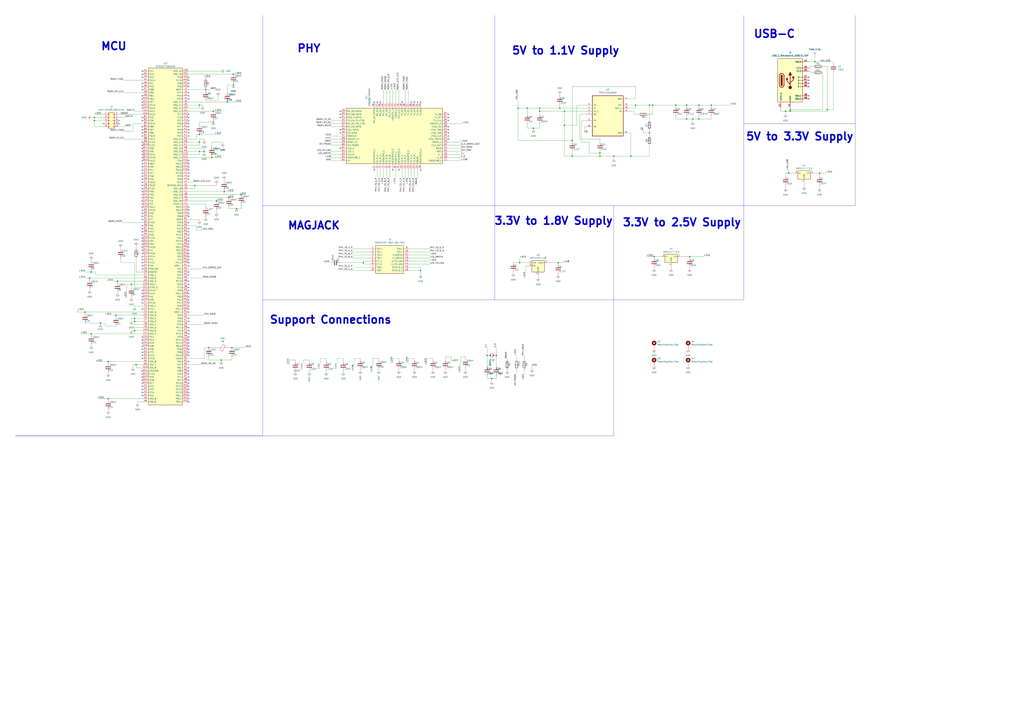
<source format=kicad_sch>
(kicad_sch (version 20250114) (generator "eeschema") (generator_version "9.0")
  (paper "A1")
  (text "Support Connections" (at 271.526 262.89 0) (effects (font (size 6.35 6.35) (thickness 1.27) (bold yes))))
  (text "5V to 3.3V Supply" (at 656.844 112.268 0) (effects (font (size 6.35 6.35) (thickness 1.27) (bold yes))))
  (text "PHY\n" (at 253.746 39.878 0) (effects (font (size 6.35 6.35) (thickness 1.27) (bold yes))))
  (text "USB-C" (at 636.016 27.94 0) (effects (font (size 6.35 6.35) (thickness 1.27) (bold yes))))
  (text "5V to 1.1V Supply" (at 464.566 41.656 0) (effects (font (size 6.35 6.35) (thickness 1.27) (bold yes))))
  (text "MAGJACK" (at 257.81 185.42 0) (effects (font (size 6.35 6.35) (thickness 1.27) (bold yes))))
  (text "MCU" (at 93.472 38.1 0) (effects (font (size 6.35 6.35) (thickness 1.27) (bold yes))))
  (text "3.3V to 1.8V Supply" (at 454.66 181.61 0) (effects (font (size 6.35 6.35) (thickness 1.27) (bold yes))))
  (text "3.3V to 2.5V Supply" (at 560.07 182.88 0) (effects (font (size 6.35 6.35) (thickness 1.27) (bold yes))))
  (junction (at 168.91 73.66))
  (junction (at 160.02 152.4))
  (junction (at 163.83 124.46))
  (junction (at 679.45 90.17))
  (junction (at 574.04 97.79))
  (junction (at 77.47 99.06))
  (junction (at 568.96 97.79))
  (junction (at 191.77 60.96))
  (junction (at 298.45 215.9))
  (junction (at 521.97 86.36))
  (junction (at 407.67 292.1))
  (junction (at 184.15 157.48))
  (junction (at 648.97 90.17))
  (junction (at 566.42 210.82))
  (junction (at 400.05 292.1))
  (junction (at 458.47 215.9))
  (junction (at 673.1 142.24))
  (junction (at 167.64 124.46))
  (junction (at 181.61 295.91))
  (junction (at 194.31 171.45))
  (junction (at 537.21 210.82))
  (junction (at 95.25 259.08))
  (junction (at 403.86 311.15))
  (junction (at 191.77 69.85))
  (junction (at 469.9 128.27))
  (junction (at 163.83 110.49))
  (junction (at 186.69 83.82))
  (junction (at 175.26 91.44))
  (junction (at 345.44 222.25))
  (junction (at 77.47 96.52))
  (junction (at 187.96 162.56))
  (junction (at 74.93 223.52))
  (junction (at 96.52 231.14))
  (junction (at 111.76 299.72))
  (junction (at 443.23 88.9))
  (junction (at 69.85 256.54))
  (junction (at 175.26 100.33))
  (junction (at 107.95 233.68))
  (junction (at 190.5 285.75))
  (junction (at 163.83 86.36))
  (junction (at 198.12 160.02))
  (junction (at 504.19 128.27))
  (junction (at 426.72 215.9))
  (junction (at 463.55 102.87))
  (junction (at 492.76 125.73))
  (junction (at 669.29 50.8))
  (junction (at 492.76 128.27))
  (junction (at 443.23 91.44))
  (junction (at 459.74 88.9))
  (junction (at 645.16 91.44))
  (junction (at 648.97 91.44))
  (junction (at 110.49 271.78))
  (junction (at 88.9 327.66))
  (junction (at 518.16 128.27))
  (junction (at 177.8 165.1))
  (junction (at 433.07 88.9))
  (junction (at 425.45 88.9))
  (junction (at 469.9 115.57))
  (junction (at 110.49 261.62))
  (junction (at 438.15 105.41))
  (junction (at 647.7 142.24))
  (junction (at 533.4 109.22))
  (junction (at 535.94 86.36))
  (junction (at 563.88 86.36))
  (junction (at 173.99 129.54))
  (junction (at 82.55 265.43))
  (junction (at 171.45 285.75))
  (junction (at 574.04 86.36))
  (junction (at 110.49 264.16))
  (junction (at 88.9 297.18))
  (junction (at 74.93 274.32))
  (junction (at 163.83 116.84))
  (junction (at 463.55 91.44))
  (junction (at 563.88 97.79))
  (junction (at 73.66 228.6))
  (junction (at 554.99 86.36))
  (junction (at 584.2 86.36))
  (junction (at 533.4 86.36))
  (no_connect (at 154.94 317.5))
  (no_connect (at 154.94 284.48))
  (no_connect (at 116.84 167.64))
  (no_connect (at 154.94 109.22))
  (no_connect (at 116.84 170.18))
  (no_connect (at 279.4 109.22))
  (no_connect (at 116.84 238.76))
  (no_connect (at 154.94 81.28))
  (no_connect (at 116.84 83.82))
  (no_connect (at 116.84 127))
  (no_connect (at 154.94 226.06))
  (no_connect (at 154.94 233.68))
  (no_connect (at 664.21 81.28))
  (no_connect (at 154.94 238.76))
  (no_connect (at 154.94 172.72))
  (no_connect (at 154.94 269.24))
  (no_connect (at 154.94 248.92))
  (no_connect (at 116.84 157.48))
  (no_connect (at 116.84 149.86))
  (no_connect (at 116.84 241.3))
  (no_connect (at 116.84 147.32))
  (no_connect (at 154.94 297.18))
  (no_connect (at 116.84 210.82))
  (no_connect (at 154.94 307.34))
  (no_connect (at 368.3 93.98))
  (no_connect (at 116.84 81.28))
  (no_connect (at 116.84 314.96))
  (no_connect (at 154.94 71.12))
  (no_connect (at 154.94 246.38))
  (no_connect (at 116.84 195.58))
  (no_connect (at 154.94 101.6))
  (no_connect (at 154.94 304.8))
  (no_connect (at 116.84 139.7))
  (no_connect (at 85.09 101.6))
  (no_connect (at 368.3 104.14))
  (no_connect (at 116.84 96.52))
  (no_connect (at 154.94 177.8))
  (no_connect (at 116.84 218.44))
  (no_connect (at 368.3 96.52))
  (no_connect (at 154.94 200.66))
  (no_connect (at 116.84 109.22))
  (no_connect (at 279.4 96.52))
  (no_connect (at 154.94 327.66))
  (no_connect (at 154.94 213.36))
  (no_connect (at 116.84 198.12))
  (no_connect (at 116.84 294.64))
  (no_connect (at 368.3 111.76))
  (no_connect (at 154.94 190.5))
  (no_connect (at 116.84 121.92))
  (no_connect (at 154.94 144.78))
  (no_connect (at 279.4 121.92))
  (no_connect (at 307.34 139.7))
  (no_connect (at 664.21 66.04))
  (no_connect (at 116.84 200.66))
  (no_connect (at 154.94 231.14))
  (no_connect (at 154.94 330.2))
  (no_connect (at 116.84 137.16))
  (no_connect (at 154.94 93.98))
  (no_connect (at 116.84 86.36))
  (no_connect (at 116.84 154.94))
  (no_connect (at 154.94 106.68))
  (no_connect (at 664.21 68.58))
  (no_connect (at 116.84 246.38))
  (no_connect (at 116.84 132.08))
  (no_connect (at 116.84 190.5))
  (no_connect (at 116.84 116.84))
  (no_connect (at 368.3 99.06))
  (no_connect (at 116.84 307.34))
  (no_connect (at 154.94 104.14))
  (no_connect (at 368.3 114.3))
  (no_connect (at 327.66 139.7))
  (no_connect (at 345.44 83.82))
  (no_connect (at 664.21 71.12))
  (no_connect (at 154.94 208.28))
  (no_connect (at 116.84 185.42))
  (no_connect (at 116.84 165.1))
  (no_connect (at 116.84 205.74))
  (no_connect (at 154.94 281.94))
  (no_connect (at 116.84 71.12))
  (no_connect (at 116.84 88.9))
  (no_connect (at 116.84 68.58))
  (no_connect (at 154.94 134.62))
  (no_connect (at 154.94 218.44))
  (no_connect (at 154.94 302.26))
  (no_connect (at 116.84 281.94))
  (no_connect (at 116.84 248.92))
  (no_connect (at 154.94 63.5))
  (no_connect (at 154.94 236.22))
  (no_connect (at 154.94 309.88))
  (no_connect (at 116.84 162.56))
  (no_connect (at 309.88 83.82))
  (no_connect (at 154.94 243.84))
  (no_connect (at 154.94 96.52))
  (no_connect (at 97.79 99.06))
  (no_connect (at 116.84 73.66))
  (no_connect (at 154.94 187.96))
  (no_connect (at 116.84 111.76))
  (no_connect (at 116.84 175.26))
  (no_connect (at 116.84 99.06))
  (no_connect (at 154.94 99.06))
  (no_connect (at 154.94 132.08))
  (no_connect (at 116.84 152.4))
  (no_connect (at 154.94 256.54))
  (no_connect (at 116.84 208.28))
  (no_connect (at 116.84 203.2))
  (no_connect (at 345.44 139.7))
  (no_connect (at 154.94 241.3))
  (no_connect (at 116.84 78.74))
  (no_connect (at 116.84 322.58))
  (no_connect (at 330.2 83.82))
  (no_connect (at 116.84 287.02))
  (no_connect (at 154.94 287.02))
  (no_connect (at 322.58 139.7))
  (no_connect (at 279.4 106.68))
  (no_connect (at 154.94 193.04))
  (no_connect (at 154.94 198.12))
  (no_connect (at 97.79 101.6))
  (no_connect (at 116.84 309.88))
  (no_connect (at 368.3 109.22))
  (no_connect (at 342.9 83.82))
  (no_connect (at 154.94 76.2))
  (no_connect (at 154.94 111.76))
  (no_connect (at 116.84 63.5))
  (no_connect (at 154.94 78.74))
  (no_connect (at 154.94 142.24))
  (no_connect (at 368.3 106.68))
  (no_connect (at 154.94 139.7))
  (no_connect (at 664.21 63.5))
  (no_connect (at 116.84 180.34))
  (no_connect (at 116.84 254))
  (no_connect (at 116.84 134.62))
  (no_connect (at 116.84 325.12))
  (no_connect (at 116.84 317.5))
  (no_connect (at 116.84 320.04))
  (no_connect (at 154.94 170.18))
  (no_connect (at 154.94 175.26))
  (no_connect (at 154.94 137.16))
  (no_connect (at 337.82 83.82))
  (no_connect (at 116.84 187.96))
  (no_connect (at 116.84 124.46))
  (no_connect (at 116.84 160.02))
  (no_connect (at 116.84 193.04))
  (no_connect (at 116.84 142.24))
  (no_connect (at 154.94 292.1))
  (no_connect (at 154.94 276.86))
  (no_connect (at 116.84 177.8))
  (no_connect (at 154.94 261.62))
  (no_connect (at 116.84 220.98))
  (no_connect (at 154.94 210.82))
  (no_connect (at 154.94 254))
  (no_connect (at 154.94 147.32))
  (no_connect (at 154.94 66.04))
  (no_connect (at 116.84 304.8))
  (no_connect (at 116.84 106.68))
  (no_connect (at 154.94 223.52))
  (no_connect (at 154.94 195.58))
  (no_connect (at 116.84 129.54))
  (no_connect (at 307.34 83.82))
  (no_connect (at 154.94 320.04))
  (no_connect (at 154.94 322.58))
  (no_connect (at 154.94 279.4))
  (no_connect (at 116.84 215.9))
  (no_connect (at 154.94 289.56))
  (no_connect (at 116.84 58.42))
  (no_connect (at 279.4 93.98))
  (no_connect (at 116.84 284.48))
  (no_connect (at 116.84 243.84))
  (no_connect (at 154.94 264.16))
  (no_connect (at 154.94 205.74))
  (no_connect (at 154.94 274.32))
  (no_connect (at 116.84 119.38))
  (no_connect (at 154.94 314.96))
  (no_connect (at 154.94 68.58))
  (no_connect (at 340.36 83.82))
  (no_connect (at 154.94 182.88))
  (no_connect (at 312.42 83.82))
  (no_connect (at 154.94 312.42))
  (no_connect (at 154.94 215.9))
  (no_connect (at 116.84 292.1))
  (no_connect (at 154.94 325.12))
  (no_connect (at 154.94 271.78))
  (no_connect (at 279.4 91.44))
  (no_connect (at 116.84 104.14))
  (no_connect (at 116.84 213.36))
  (no_connect (at 664.21 78.74))
  (no_connect (at 116.84 289.56))
  (no_connect (at 116.84 312.42))
  (no_connect (at 116.84 276.86))
  (no_connect (at 116.84 172.72))
  (no_connect (at 154.94 203.2))
  (no_connect (at 116.84 60.96))
  (no_connect (at 116.84 144.78))
  (no_connect (at 154.94 251.46))
  (no_connect (at 116.84 279.4))
  (wire (pts (xy 568.96 97.79) (xy 568.96 100.33)))
  (wire (pts (xy 322.58 294.64) (xy 327.66 294.64)))
  (wire (pts (xy 477.52 99.06) (xy 477.52 116.84)))
  (wire (pts (xy 368.3 132.08) (xy 378.46 132.08)))
  (wire (pts (xy 403.86 311.15) (xy 403.86 313.69)))
  (wire (pts (xy 298.45 215.9) (xy 298.45 217.17)))
  (wire (pts (xy 675.64 90.17) (xy 648.97 90.17)))
  (wire (pts (xy 463.55 91.44) (xy 481.33 91.44)))
  (wire (pts (xy 673.1 152.4) (xy 673.1 154.94)))
  (wire (pts (xy 368.3 127) (xy 378.46 127)))
  (wire (pts (xy 116.84 233.68) (xy 107.95 233.68)))
  (wire (pts (xy 262.89 298.45) (xy 262.89 294.64)))
  (wire (pts (xy 267.97 306.07) (xy 267.97 304.8)))
  (wire (pts (xy 325.12 139.7) (xy 325.12 146.05)))
  (wire (pts (xy 168.91 73.66) (xy 172.72 73.66)))
  (wire (pts (xy 426.72 212.09) (xy 426.72 215.9)))
  (wire (pts (xy 566.42 219.71) (xy 566.42 220.98)))
  (wire (pts (xy 92.71 231.14) (xy 96.52 231.14)))
  (wire (pts (xy 248.92 295.91) (xy 248.92 298.45)))
  (wire (pts (xy 407.67 292.1) (xy 406.4 292.1)))
  (wire (pts (xy 400.05 285.75) (xy 400.05 292.1)))
  (wire (pts (xy 340.36 295.91) (xy 340.36 294.64)))
  (polyline (pts (xy 702.31 168.91) (xy 610.87 168.91)))
  (wire (pts (xy 154.94 228.6) (xy 166.37 228.6)))
  (wire (pts (xy 290.83 294.64) (xy 295.91 294.64)))
  (wire (pts (xy 88.9 327.66) (xy 116.84 327.66)))
  (wire (pts (xy 171.45 293.37) (xy 171.45 295.91)))
  (wire (pts (xy 469.9 128.27) (xy 463.55 128.27)))
  (wire (pts (xy 303.53 214.63) (xy 298.45 214.63)))
  (wire (pts (xy 430.53 303.53) (xy 430.53 307.34)))
  (wire (pts (xy 88.9 307.34) (xy 88.9 306.07)))
  (wire (pts (xy 163.83 116.84) (xy 163.83 114.3)))
  (wire (pts (xy 281.94 297.18) (xy 281.94 294.64)))
  (wire (pts (xy 111.76 223.52) (xy 111.76 212.09)))
  (wire (pts (xy 271.78 132.08) (xy 279.4 132.08)))
  (wire (pts (xy 565.15 285.75) (xy 565.15 287.02)))
  (wire (pts (xy 433.07 101.6) (xy 433.07 105.41)))
  (wire (pts (xy 365.76 304.8) (xy 365.76 303.53)))
  (wire (pts (xy 568.96 97.79) (xy 574.04 97.79)))
  (wire (pts (xy 110.49 215.9) (xy 99.06 215.9)))
  (wire (pts (xy 335.28 294.64) (xy 340.36 294.64)))
  (wire (pts (xy 77.47 99.06) (xy 77.47 96.52)))
  (wire (pts (xy 345.44 219.71) (xy 345.44 222.25)))
  (wire (pts (xy 673.1 142.24) (xy 678.18 142.24)))
  (polyline (pts (xy 610.87 12.7) (xy 610.87 168.91)))
  (wire (pts (xy 433.07 88.9) (xy 433.07 93.98)))
  (wire (pts (xy 430.53 292.1) (xy 430.53 295.91)))
  (wire (pts (xy 480.06 104.14) (xy 480.06 109.22)))
  (wire (pts (xy 298.45 214.63) (xy 298.45 215.9)))
  (wire (pts (xy 416.56 303.53) (xy 416.56 304.8)))
  (wire (pts (xy 167.64 285.75) (xy 167.64 294.64)))
  (wire (pts (xy 271.78 119.38) (xy 279.4 119.38)))
  (wire (pts (xy 160.02 154.94) (xy 154.94 154.94)))
  (wire (pts (xy 116.84 266.7) (xy 110.49 266.7)))
  (wire (pts (xy 88.9 298.45) (xy 88.9 297.18)))
  (wire (pts (xy 336.55 214.63) (xy 353.06 214.63)))
  (wire (pts (xy 279.4 215.9) (xy 298.45 215.9)))
  (wire (pts (xy 566.42 210.82) (xy 577.85 210.82)))
  (wire (pts (xy 350.52 294.64) (xy 350.52 299.72)))
  (wire (pts (xy 665.48 59.69) (xy 665.48 58.42)))
  (wire (pts (xy 289.56 222.25) (xy 303.53 222.25)))
  (wire (pts (xy 262.89 294.64) (xy 267.97 294.64)))
  (wire (pts (xy 88.9 297.18) (xy 116.84 297.18)))
  (wire (pts (xy 407.67 308.61) (xy 407.67 311.15)))
  (wire (pts (xy 85.09 104.14) (xy 77.47 104.14)))
  (wire (pts (xy 77.47 96.52) (xy 85.09 96.52)))
  (wire (pts (xy 648.97 90.17) (xy 648.97 88.9)))
  (wire (pts (xy 368.3 116.84) (xy 378.46 116.84)))
  (wire (pts (xy 309.88 139.7) (xy 309.88 146.05)))
  (wire (pts (xy 107.95 261.62) (xy 107.95 264.16)))
  (wire (pts (xy 336.55 204.47) (xy 353.06 204.47)))
  (wire (pts (xy 424.18 292.1) (xy 424.18 295.91)))
  (wire (pts (xy 407.67 311.15) (xy 403.86 311.15)))
  (wire (pts (xy 434.34 215.9) (xy 426.72 215.9)))
  (wire (pts (xy 69.85 223.52) (xy 74.93 223.52)))
  (wire (pts (xy 400.05 308.61) (xy 400.05 311.15)))
  (wire (pts (xy 554.99 86.36) (xy 563.88 86.36)))
  (wire (pts (xy 669.29 50.8) (xy 684.53 50.8)))
  (wire (pts (xy 107.95 271.78) (xy 110.49 271.78)))
  (wire (pts (xy 100.33 182.88) (xy 116.84 182.88)))
  (polyline (pts (xy 482.6 246.38) (xy 406.4 246.38)))
  (wire (pts (xy 167.64 285.75) (xy 171.45 285.75)))
  (wire (pts (xy 154.94 88.9) (xy 163.83 88.9)))
  (wire (pts (xy 537.21 210.82) (xy 543.56 210.82)))
  (wire (pts (xy 168.91 177.8) (xy 168.91 179.07)))
  (wire (pts (xy 306.07 294.64) (xy 311.15 294.64)))
  (wire (pts (xy 335.28 73.66) (xy 335.28 83.82)))
  (wire (pts (xy 645.16 142.24) (xy 647.7 142.24)))
  (wire (pts (xy 342.9 139.7) (xy 342.9 146.05)))
  (wire (pts (xy 85.09 99.06) (xy 77.47 99.06)))
  (wire (pts (xy 335.28 294.64) (xy 335.28 298.45)))
  (wire (pts (xy 332.74 73.66) (xy 332.74 83.82)))
  (wire (pts (xy 298.45 217.17) (xy 303.53 217.17)))
  (wire (pts (xy 295.91 295.91) (xy 295.91 294.64)))
  (wire (pts (xy 340.36 303.53) (xy 340.36 304.8)))
  (wire (pts (xy 525.78 106.68) (xy 528.32 106.68)))
  (wire (pts (xy 322.58 294.64) (xy 322.58 298.45)))
  (polyline (pts (xy 406.4 168.91) (xy 406.4 246.38)))
  (wire (pts (xy 190.5 285.75) (xy 200.66 285.75)))
  (wire (pts (xy 154.94 149.86) (xy 158.75 149.86)))
  (wire (pts (xy 421.64 223.52) (xy 421.64 224.79)))
  (wire (pts (xy 368.3 119.38) (xy 378.46 119.38)))
  (wire (pts (xy 74.93 223.52) (xy 78.74 223.52)))
  (wire (pts (xy 154.94 83.82) (xy 186.69 83.82)))
  (wire (pts (xy 74.93 222.25) (xy 74.93 223.52)))
  (wire (pts (xy 154.94 259.08) (xy 167.64 259.08)))
  (wire (pts (xy 521.97 86.36) (xy 533.4 86.36)))
  (wire (pts (xy 242.57 304.8) (xy 242.57 306.07)))
  (wire (pts (xy 365.76 293.37) (xy 365.76 295.91)))
  (wire (pts (xy 95.25 267.97) (xy 86.36 267.97)))
  (wire (pts (xy 96.52 232.41) (xy 96.52 231.14)))
  (wire (pts (xy 167.64 124.46) (xy 167.64 125.73)))
  (wire (pts (xy 336.55 219.71) (xy 345.44 219.71)))
  (wire (pts (xy 327.66 295.91) (xy 327.66 294.64)))
  (wire (pts (xy 537.21 210.82) (xy 537.21 212.09)))
  (wire (pts (xy 163.83 181.61) (xy 163.83 180.34)))
  (wire (pts (xy 458.47 224.79) (xy 458.47 226.06)))
  (wire (pts (xy 110.49 251.46) (xy 110.49 252.73)))
  (wire (pts (xy 107.95 233.68) (xy 104.14 233.68)))
  (wire (pts (xy 584.2 86.36) (xy 584.2 87.63)))
  (wire (pts (xy 66.04 274.32) (xy 74.93 274.32)))
  (wire (pts (xy 647.7 139.7) (xy 647.7 142.24)))
  (wire (pts (xy 551.18 218.44) (xy 551.18 220.98)))
  (wire (pts (xy 160.02 152.4) (xy 160.02 154.94)))
  (polyline (pts (xy 610.87 101.6) (xy 702.31 101.6)))
  (wire (pts (xy 327.66 303.53) (xy 327.66 304.8)))
  (wire (pts (xy 431.8 218.44) (xy 431.8 223.52)))
  (wire (pts (xy 271.78 116.84) (xy 279.4 116.84)))
  (wire (pts (xy 271.78 129.54) (xy 279.4 129.54)))
  (wire (pts (xy 368.3 101.6) (xy 379.73 101.6)))
  (wire (pts (xy 378.46 293.37) (xy 382.27 293.37)))
  (wire (pts (xy 459.74 77.47) (xy 459.74 78.74)))
  (wire (pts (xy 166.37 86.36) (xy 166.37 87.63)))
  (wire (pts (xy 463.55 128.27) (xy 463.55 102.87)))
  (wire (pts (xy 584.2 86.36) (xy 599.44 86.36)))
  (wire (pts (xy 163.83 119.38) (xy 163.83 116.84)))
  (wire (pts (xy 190.5 295.91) (xy 190.5 293.37)))
  (wire (pts (xy 443.23 88.9) (xy 459.74 88.9)))
  (wire (pts (xy 116.84 264.16) (xy 110.49 264.16)))
  (wire (pts (xy 660.4 149.86) (xy 660.4 153.67)))
  (wire (pts (xy 336.55 217.17) (xy 353.06 217.17)))
  (polyline (pts (xy 215.9 358.14) (xy 504.19 358.14)))
  (wire (pts (xy 184.15 156.21) (xy 184.15 157.48)))
  (wire (pts (xy 74.93 213.36) (xy 74.93 214.63)))
  (wire (pts (xy 530.86 210.82) (xy 537.21 210.82)))
  (wire (pts (xy 533.4 109.22) (xy 528.32 109.22)))
  (wire (pts (xy 332.74 139.7) (xy 332.74 146.05)))
  (wire (pts (xy 449.58 215.9) (xy 458.47 215.9)))
  (wire (pts (xy 254 297.18) (xy 254 295.91)))
  (wire (pts (xy 82.55 266.7) (xy 82.55 265.43)))
  (wire (pts (xy 289.56 204.47) (xy 303.53 204.47)))
  (wire (pts (xy 110.49 266.7) (xy 110.49 264.16)))
  (wire (pts (xy 154.94 86.36) (xy 163.83 86.36)))
  (wire (pts (xy 181.61 295.91) (xy 190.5 295.91)))
  (wire (pts (xy 443.23 91.44) (xy 463.55 91.44)))
  (wire (pts (xy 574.04 86.36) (xy 574.04 87.63)))
  (wire (pts (xy 336.55 222.25) (xy 345.44 222.25)))
  (wire (pts (xy 641.35 91.44) (xy 645.16 91.44)))
  (wire (pts (xy 116.84 261.62) (xy 110.49 261.62)))
  (wire (pts (xy 648.97 91.44) (xy 648.97 90.17)))
  (wire (pts (xy 407.67 285.75) (xy 407.67 292.1)))
  (wire (pts (xy 107.95 233.68) (xy 107.95 236.22)))
  (wire (pts (xy 481.33 104.14) (xy 480.06 104.14)))
  (polyline (pts (xy 702.31 12.7) (xy 702.31 168.91)))
  (wire (pts (xy 271.78 101.6) (xy 279.4 101.6)))
  (wire (pts (xy 99.06 215.9) (xy 99.06 212.09)))
  (polyline (pts (xy 215.9 168.91) (xy 406.4 168.91)))
  (wire (pts (xy 163.83 102.87) (xy 163.83 100.33)))
  (wire (pts (xy 161.29 189.23) (xy 166.37 189.23)))
  (wire (pts (xy 330.2 139.7) (xy 330.2 146.05)))
  (wire (pts (xy 458.47 215.9) (xy 458.47 217.17)))
  (wire (pts (xy 281.94 306.07) (xy 281.94 304.8)))
  (wire (pts (xy 469.9 115.57) (xy 469.9 116.84)))
  (wire (pts (xy 154.94 91.44) (xy 175.26 91.44)))
  (wire (pts (xy 69.85 256.54) (xy 63.5 256.54)))
  (wire (pts (xy 463.55 91.44) (xy 463.55 102.87)))
  (wire (pts (xy 473.71 102.87) (xy 463.55 102.87)))
  (wire (pts (xy 154.94 119.38) (xy 163.83 119.38)))
  (wire (pts (xy 186.69 83.82) (xy 198.12 83.82)))
  (wire (pts (xy 116.84 302.26) (xy 111.76 302.26)))
  (wire (pts (xy 168.91 63.5) (xy 172.72 63.5)))
  (wire (pts (xy 312.42 139.7) (xy 312.42 146.05)))
  (wire (pts (xy 187.96 170.18) (xy 187.96 171.45)))
  (wire (pts (xy 91.44 259.08) (xy 95.25 259.08)))
  (wire (pts (xy 110.49 269.24) (xy 116.84 269.24)))
  (wire (pts (xy 684.53 59.69) (xy 684.53 90.17)))
  (wire (pts (xy 574.04 97.79) (xy 584.2 97.79)))
  (wire (pts (xy 110.49 261.62) (xy 107.95 261.62)))
  (wire (pts (xy 163.83 124.46) (xy 167.64 124.46)))
  (wire (pts (xy 563.88 95.25) (xy 563.88 97.79)))
  (wire (pts (xy 163.83 127) (xy 163.83 124.46)))
  (wire (pts (xy 154.94 129.54) (xy 173.99 129.54)))
  (wire (pts (xy 168.91 167.64) (xy 168.91 170.18)))
  (wire (pts (xy 109.22 299.72) (xy 111.76 299.72)))
  (wire (pts (xy 665.48 54.61) (xy 665.48 55.88)))
  (wire (pts (xy 289.56 209.55) (xy 303.53 209.55)))
  (wire (pts (xy 175.26 99.06) (xy 175.26 100.33)))
  (wire (pts (xy 335.28 139.7) (xy 335.28 146.05)))
  (wire (pts (xy 186.69 285.75) (xy 190.5 285.75)))
  (wire (pts (xy 69.85 257.81) (xy 69.85 256.54)))
  (wire (pts (xy 86.36 265.43) (xy 82.55 265.43)))
  (wire (pts (xy 327.66 73.66) (xy 327.66 83.82)))
  (wire (pts (xy 337.82 139.7) (xy 337.82 146.05)))
  (wire (pts (xy 476.25 114.3) (xy 492.76 114.3)))
  (wire (pts (xy 407.67 300.99) (xy 407.67 292.1)))
  (wire (pts (xy 458.47 215.9) (xy 462.28 215.9)))
  (wire (pts (xy 554.99 95.25) (xy 554.99 97.79)))
  (wire (pts (xy 88.9 328.93) (xy 88.9 327.66)))
  (wire (pts (xy 516.89 81.28) (xy 521.97 81.28)))
  (wire (pts (xy 154.94 160.02) (xy 198.12 160.02)))
  (wire (pts (xy 167.64 114.3) (xy 167.64 115.57)))
  (wire (pts (xy 401.32 292.1) (xy 400.05 292.1)))
  (wire (pts (xy 175.26 91.44) (xy 181.61 91.44)))
  (wire (pts (xy 355.6 295.91) (xy 355.6 294.64)))
  (wire (pts (xy 317.5 139.7) (xy 317.5 146.05)))
  (wire (pts (xy 96.52 231.14) (xy 116.84 231.14)))
  (polyline (pts (xy 610.87 168.91) (xy 406.4 168.91)))
  (wire (pts (xy 645.16 91.44) (xy 645.16 93.98)))
  (wire (pts (xy 370.84 297.18) (xy 370.84 293.37)))
  (wire (pts (xy 73.66 228.6) (xy 116.84 228.6)))
  (wire (pts (xy 368.3 124.46) (xy 378.46 124.46)))
  (wire (pts (xy 111.76 201.93) (xy 111.76 204.47)))
  (polyline (pts (xy 215.9 12.7) (xy 215.9 358.14)))
  (wire (pts (xy 163.83 110.49) (xy 181.61 110.49)))
  (wire (pts (xy 154.94 266.7) (xy 167.64 266.7)))
  (polyline (pts (xy 406.4 12.7) (xy 406.4 168.91)))
  (wire (pts (xy 73.66 238.76) (xy 73.66 237.49)))
  (wire (pts (xy 154.94 58.42) (xy 181.61 58.42)))
  (wire (pts (xy 101.6 107.95) (xy 109.22 107.95)))
  (wire (pts (xy 673.1 142.24) (xy 673.1 144.78)))
  (wire (pts (xy 533.4 86.36) (xy 535.94 86.36)))
  (wire (pts (xy 350.52 294.64) (xy 355.6 294.64)))
  (wire (pts (xy 82.55 265.43) (xy 69.85 265.43)))
  (wire (pts (xy 665.48 54.61) (xy 668.02 54.61)))
  (wire (pts (xy 340.36 139.7) (xy 340.36 146.05)))
  (wire (pts (xy 469.9 128.27) (xy 492.76 128.27)))
  (wire (pts (xy 186.69 76.2) (xy 186.69 69.85)))
  (wire (pts (xy 345.44 222.25) (xy 345.44 226.06)))
  (wire (pts (xy 668.02 59.69) (xy 665.48 59.69)))
  (wire (pts (xy 161.29 185.42) (xy 161.29 189.23)))
  (wire (pts (xy 378.46 300.99) (xy 378.46 293.37)))
  (wire (pts (xy 533.4 128.27) (xy 518.16 128.27)))
  (wire (pts (xy 107.95 243.84) (xy 107.95 245.11)))
  (wire (pts (xy 314.96 139.7) (xy 314.96 146.05)))
  (wire (pts (xy 237.49 295.91) (xy 237.49 299.72)))
  (wire (pts (xy 104.14 233.68) (xy 104.14 245.11)))
  (wire (pts (xy 516.89 109.22) (xy 518.16 109.22)))
  (wire (pts (xy 563.88 97.79) (xy 568.96 97.79)))
  (wire (pts (xy 101.6 114.3) (xy 116.84 114.3)))
  (wire (pts (xy 532.13 93.98) (xy 535.94 93.98)))
  (wire (pts (xy 565.15 299.72) (xy 565.15 300.99)))
  (wire (pts (xy 403.86 311.15) (xy 400.05 311.15)))
  (wire (pts (xy 668.02 142.24) (xy 673.1 142.24)))
  (wire (pts (xy 516.89 91.44) (xy 520.7 91.44)))
  (wire (pts (xy 163.83 86.36) (xy 166.37 86.36)))
  (wire (pts (xy 675.64 54.61) (xy 679.45 54.61)))
  (wire (pts (xy 336.55 207.01) (xy 353.06 207.01)))
  (wire (pts (xy 163.83 88.9) (xy 163.83 86.36)))
  (wire (pts (xy 271.78 99.06) (xy 279.4 99.06)))
  (wire (pts (xy 116.84 251.46) (xy 110.49 251.46)))
  (wire (pts (xy 368.3 121.92) (xy 378.46 121.92)))
  (wire (pts (xy 647.7 142.24) (xy 652.78 142.24)))
  (wire (pts (xy 116.84 223.52) (xy 111.76 223.52)))
  (wire (pts (xy 425.45 88.9) (xy 425.45 115.57)))
  (polyline (pts (xy 12.7 358.14) (xy 215.9 358.14)))
  (wire (pts (xy 563.88 86.36) (xy 563.88 87.63)))
  (wire (pts (xy 520.7 91.44) (xy 520.7 93.98)))
  (wire (pts (xy 116.84 236.22) (xy 110.49 236.22)))
  (wire (pts (xy 171.45 295.91) (xy 181.61 295.91)))
  (wire (pts (xy 77.47 93.98) (xy 85.09 93.98)))
  (wire (pts (xy 533.4 106.68) (xy 533.4 109.22)))
  (wire (pts (xy 516.89 88.9) (xy 521.97 88.9)))
  (wire (pts (xy 574.04 86.36) (xy 584.2 86.36)))
  (wire (pts (xy 182.88 118.11) (xy 182.88 116.84)))
  (wire (pts (xy 177.8 151.13) (xy 177.8 152.4)))
  (wire (pts (xy 528.32 109.22) (xy 528.32 106.68)))
  (wire (pts (xy 154.94 157.48) (xy 184.15 157.48)))
  (wire (pts (xy 443.23 91.44) (xy 443.23 88.9)))
  (wire (pts (xy 179.07 82.55) (xy 168.91 82.55)))
  (wire (pts (xy 254 304.8) (xy 254 306.07)))
  (wire (pts (xy 289.56 207.01) (xy 303.53 207.01)))
  (wire (pts (xy 566.42 210.82) (xy 566.42 212.09)))
  (wire (pts (xy 679.45 54.61) (xy 679.45 90.17)))
  (wire (pts (xy 424.18 303.53) (xy 424.18 307.34)))
  (wire (pts (xy 69.85 228.6) (xy 73.66 228.6)))
  (wire (pts (xy 469.9 71.12) (xy 469.9 115.57)))
  (wire (pts (xy 679.45 91.44) (xy 648.97 91.44)))
  (wire (pts (xy 476.25 93.98) (xy 476.25 114.3)))
  (wire (pts (xy 154.94 185.42) (xy 161.29 185.42)))
  (wire (pts (xy 182.88 116.84) (xy 173.99 116.84)))
  (wire (pts (xy 186.69 69.85) (xy 191.77 69.85)))
  (wire (pts (xy 311.15 295.91) (xy 311.15 294.64)))
  (wire (pts (xy 554.99 86.36) (xy 554.99 87.63)))
  (wire (pts (xy 242.57 297.18) (xy 242.57 295.91)))
  (wire (pts (xy 433.07 105.41) (xy 438.15 105.41)))
  (wire (pts (xy 504.19 128.27) (xy 518.16 128.27)))
  (wire (pts (xy 154.94 127) (xy 163.83 127)))
  (wire (pts (xy 336.55 209.55) (xy 353.06 209.55)))
  (polyline (pts (xy 406.4 246.38) (xy 215.9 246.38)))
  (wire (pts (xy 167.64 121.92) (xy 167.64 124.46)))
  (wire (pts (xy 154.94 114.3) (xy 161.29 114.3)))
  (polyline (pts (xy 12.7 358.14) (xy 215.9 358.14)))
  (wire (pts (xy 481.33 86.36) (xy 473.71 86.36)))
  (wire (pts (xy 111.76 299.72) (xy 116.84 299.72)))
  (wire (pts (xy 171.45 285.75) (xy 179.07 285.75)))
  (wire (pts (xy 276.86 298.45) (xy 276.86 294.64)))
  (wire (pts (xy 73.66 229.87) (xy 73.66 228.6)))
  (wire (pts (xy 481.33 88.9) (xy 459.74 88.9)))
  (wire (pts (xy 248.92 295.91) (xy 254 295.91)))
  (wire (pts (xy 459.74 86.36) (xy 459.74 88.9)))
  (wire (pts (xy 641.35 88.9) (xy 641.35 91.44)))
  (wire (pts (xy 520.7 93.98) (xy 524.51 93.98)))
  (wire (pts (xy 173.99 116.84) (xy 173.99 120.65)))
  (wire (pts (xy 97.79 96.52) (xy 102.87 96.52)))
  (wire (pts (xy 97.79 93.98) (xy 116.84 93.98)))
  (wire (pts (xy 110.49 236.22) (xy 110.49 215.9)))
  (wire (pts (xy 110.49 264.16) (xy 110.49 261.62)))
  (wire (pts (xy 168.91 64.77) (xy 168.91 63.5)))
  (wire (pts (xy 325.12 73.66) (xy 325.12 83.82)))
  (wire (pts (xy 154.94 121.92) (xy 167.64 121.92)))
  (wire (pts (xy 191.77 69.85) (xy 191.77 68.58)))
  (wire (pts (xy 109.22 302.26) (xy 109.22 299.72)))
  (wire (pts (xy 483.87 116.84) (xy 483.87 125.73)))
  (wire (pts (xy 237.49 295.91) (xy 242.57 295.91)))
  (wire (pts (xy 521.97 88.9) (xy 521.97 86.36)))
  (wire (pts (xy 184.15 147.32) (xy 184.15 148.59)))
  (polyline (pts (xy 610.87 168.91) (xy 610.87 246.38)))
  (wire (pts (xy 80.01 327.66) (xy 88.9 327.66)))
  (wire (pts (xy 425.45 82.55) (xy 425.45 88.9)))
  (wire (pts (xy 271.78 127) (xy 279.4 127)))
  (wire (pts (xy 177.8 152.4) (xy 160.02 152.4)))
  (wire (pts (xy 113.03 330.2) (xy 113.03 331.47)))
  (wire (pts (xy 74.93 274.32) (xy 116.84 274.32)))
  (wire (pts (xy 679.45 90.17) (xy 679.45 91.44)))
  (wire (pts (xy 163.83 100.33) (xy 175.26 100.33)))
  (wire (pts (xy 191.77 60.96) (xy 198.12 60.96)))
  (wire (pts (xy 492.76 125.73) (xy 492.76 128.27)))
  (wire (pts (xy 492.76 128.27) (xy 504.19 128.27)))
  (wire (pts (xy 167.64 294.64) (xy 154.94 294.64)))
  (wire (pts (xy 99.06 203.2) (xy 99.06 204.47)))
  (wire (pts (xy 535.94 86.36) (xy 554.99 86.36)))
  (wire (pts (xy 295.91 303.53) (xy 295.91 304.8)))
  (wire (pts (xy 535.94 86.36) (xy 535.94 93.98)))
  (wire (pts (xy 74.93 275.59) (xy 74.93 274.32)))
  (wire (pts (xy 184.15 157.48) (xy 191.77 157.48)))
  (wire (pts (xy 336.55 212.09) (xy 353.06 212.09)))
  (wire (pts (xy 267.97 297.18) (xy 267.97 294.64)))
  (wire (pts (xy 198.12 171.45) (xy 194.31 171.45)))
  (wire (pts (xy 78.74 226.06) (xy 78.74 223.52)))
  (wire (pts (xy 306.07 300.99) (xy 306.07 294.64)))
  (wire (pts (xy 181.61 295.91) (xy 181.61 297.18)))
  (wire (pts (xy 382.27 294.64) (xy 382.27 293.37)))
  (wire (pts (xy 320.04 73.66) (xy 320.04 83.82)))
  (wire (pts (xy 469.9 124.46) (xy 469.9 128.27)))
  (wire (pts (xy 320.04 139.7) (xy 320.04 146.05)))
  (wire (pts (xy 116.84 226.06) (xy 78.74 226.06)))
  (wire (pts (xy 521.97 81.28) (xy 521.97 71.12)))
  (wire (pts (xy 78.74 297.18) (xy 88.9 297.18)))
  (wire (pts (xy 684.53 52.07) (xy 684.53 50.8)))
  (wire (pts (xy 368.3 129.54) (xy 378.46 129.54)))
  (wire (pts (xy 645.16 91.44) (xy 648.97 91.44)))
  (wire (pts (xy 675.64 59.69) (xy 675.64 90.17)))
  (wire (pts (xy 481.33 93.98) (xy 476.25 93.98)))
  (wire (pts (xy 311.15 303.53) (xy 311.15 304.8)))
  (wire (pts (xy 518.16 109.22) (xy 518.16 128.27)))
  (wire (pts (xy 684.53 90.17) (xy 679.45 90.17)))
  (wire (pts (xy 443.23 93.98) (xy 443.23 91.44)))
  (wire (pts (xy 516.89 86.36) (xy 521.97 86.36)))
  (wire (pts (xy 433.07 88.9) (xy 443.23 88.9)))
  (wire (pts (xy 504.19 128.27) (xy 504.19 130.81)))
  (wire (pts (xy 669.29 45.72) (xy 669.29 50.8)))
  (wire (pts (xy 187.96 171.45) (xy 194.31 171.45)))
  (wire (pts (xy 109.22 101.6) (xy 109.22 107.95)))
  (wire (pts (xy 110.49 271.78) (xy 116.84 271.78)))
  (wire (pts (xy 382.27 304.8) (xy 382.27 302.26)))
  (wire (pts (xy 198.12 160.02) (xy 201.93 160.02)))
  (wire (pts (xy 97.79 104.14) (xy 102.87 104.14)))
  (wire (pts (xy 116.84 256.54) (xy 69.85 256.54)))
  (wire (pts (xy 314.96 73.66) (xy 314.96 83.82)))
  (wire (pts (xy 154.94 124.46) (xy 163.83 124.46)))
  (wire (pts (xy 154.94 299.72) (xy 165.1 299.72)))
  (wire (pts (xy 365.76 293.37) (xy 370.84 293.37)))
  (wire (pts (xy 537.21 287.02) (xy 537.21 285.75)))
  (wire (pts (xy 154.94 167.64) (xy 168.91 167.64)))
  (wire (pts (xy 88.9 337.82) (xy 88.9 336.55)))
  (polyline (pts (xy 504.19 168.91) (xy 504.19 246.38)))
  (wire (pts (xy 77.47 104.14) (xy 77.47 99.06)))
  (wire (pts (xy 271.78 124.46) (xy 279.4 124.46)))
  (wire (pts (xy 483.87 125.73) (xy 492.76 125.73)))
  (wire (pts (xy 271.78 111.76) (xy 279.4 111.76)))
  (wire (pts (xy 177.8 165.1) (xy 182.88 165.1)))
  (wire (pts (xy 473.71 86.36) (xy 473.71 102.87)))
  (wire (pts (xy 438.15 105.41) (xy 438.15 106.68)))
  (wire (pts (xy 154.94 116.84) (xy 163.83 116.84)))
  (polyline (pts (xy 610.87 246.38) (xy 482.6 246.38)))
  (wire (pts (xy 664.21 50.8) (xy 669.29 50.8)))
  (wire (pts (xy 477.52 116.84) (xy 483.87 116.84)))
  (wire (pts (xy 290.83 294.64) (xy 290.83 299.72)))
  (wire (pts (xy 425.45 115.57) (xy 469.9 115.57)))
  (wire (pts (xy 161.29 110.49) (xy 163.83 110.49)))
  (wire (pts (xy 533.4 86.36) (xy 533.4 99.06)))
  (wire (pts (xy 289.56 212.09) (xy 303.53 212.09)))
  (wire (pts (xy 355.6 303.53) (xy 355.6 304.8)))
  (wire (pts (xy 116.84 101.6) (xy 109.22 101.6)))
  (wire (pts (xy 187.96 162.56) (xy 191.77 162.56)))
  (wire (pts (xy 436.88 300.99) (xy 436.88 303.53)))
  (wire (pts (xy 584.2 97.79) (xy 584.2 95.25)))
  (wire (pts (xy 110.49 91.44) (xy 116.84 91.44)))
  (wire (pts (xy 441.96 226.06) (xy 441.96 228.6)))
  (wire (pts (xy 271.78 104.14) (xy 279.4 104.14)))
  (wire (pts (xy 111.76 302.26) (xy 111.76 299.72)))
  (wire (pts (xy 533.4 109.22) (xy 533.4 111.76)))
  (wire (pts (xy 421.64 215.9) (xy 426.72 215.9)))
  (wire (pts (xy 163.83 114.3) (xy 167.64 114.3)))
  (wire (pts (xy 433.07 88.9) (xy 425.45 88.9)))
  (wire (pts (xy 74.93 284.48) (xy 74.93 283.21)))
  (wire (pts (xy 63.5 255.27) (xy 63.5 256.54)))
  (wire (pts (xy 434.34 218.44) (xy 431.8 218.44)))
  (wire (pts (xy 492.76 114.3) (xy 492.76 116.84)))
  (wire (pts (xy 416.56 294.64) (xy 416.56 295.91)))
  (wire (pts (xy 154.94 73.66) (xy 168.91 73.66)))
  (wire (pts (xy 270.51 215.9) (xy 271.78 215.9)))
  (wire (pts (xy 563.88 86.36) (xy 574.04 86.36)))
  (polyline (pts (xy 504.19 358.14) (xy 504.19 246.38)))
  (wire (pts (xy 665.48 58.42) (xy 664.21 58.42)))
  (wire (pts (xy 645.16 152.4) (xy 645.16 154.94)))
  (wire (pts (xy 558.8 210.82) (xy 566.42 210.82)))
  (wire (pts (xy 322.58 73.66) (xy 322.58 83.82)))
  (wire (pts (xy 154.94 60.96) (xy 191.77 60.96)))
  (wire (pts (xy 317.5 73.66) (xy 317.5 83.82)))
  (wire (pts (xy 86.36 267.97) (xy 86.36 265.43)))
  (wire (pts (xy 101.6 66.04) (xy 116.84 66.04)))
  (wire (pts (xy 537.21 219.71) (xy 537.21 220.98)))
  (wire (pts (xy 96.52 241.3) (xy 96.52 240.03)))
  (wire (pts (xy 161.29 114.3) (xy 161.29 110.49)))
  (wire (pts (xy 537.21 299.72) (xy 537.21 300.99)))
  (wire (pts (xy 645.16 142.24) (xy 645.16 144.78)))
  (wire (pts (xy 271.78 114.3) (xy 279.4 114.3)))
  (wire (pts (xy 154.94 152.4) (xy 160.02 152.4)))
  (wire (pts (xy 438.15 105.41) (xy 443.23 105.41)))
  (wire (pts (xy 154.94 220.98) (xy 166.37 220.98)))
  (wire (pts (xy 521.97 71.12) (xy 469.9 71.12)))
  (wire (pts (xy 154.94 162.56) (xy 187.96 162.56)))
  (wire (pts (xy 179.07 78.74) (xy 179.07 82.55)))
  (wire (pts (xy 168.91 73.66) (xy 168.91 74.93)))
  (wire (pts (xy 492.76 124.46) (xy 492.76 125.73)))
  (wire (pts (xy 289.56 219.71) (xy 303.53 219.71)))
  (wire (pts (xy 173.99 129.54) (xy 181.61 129.54)))
  (wire (pts (xy 400.05 292.1) (xy 400.05 300.99)))
  (wire (pts (xy 477.52 99.06) (xy 481.33 99.06)))
  (wire (pts (xy 95.25 260.35) (xy 95.25 259.08)))
  (wire (pts (xy 665.48 55.88) (xy 664.21 55.88)))
  (wire (pts (xy 95.25 259.08) (xy 116.84 259.08)))
  (wire (pts (xy 276.86 294.64) (xy 281.94 294.64)))
  (wire (pts (xy 554.99 97.79) (xy 563.88 97.79)))
  (wire (pts (xy 74.93 96.52) (xy 77.47 96.52)))
  (wire (pts (xy 574.04 95.25) (xy 574.04 97.79)))
  (wire (pts (xy 198.12 167.64) (xy 198.12 171.45)))
  (wire (pts (xy 533.4 119.38) (xy 533.4 128.27)))
  (wire (pts (xy 168.91 72.39) (xy 168.91 73.66)))
  (wire (pts (xy 110.49 271.78) (xy 110.49 269.24)))
  (wire (pts (xy 443.23 105.41) (xy 443.23 101.6)))
  (wire (pts (xy 154.94 180.34) (xy 163.83 180.34)))
  (wire (pts (xy 173.99 128.27) (xy 173.99 129.54)))
  (wire (pts (xy 116.84 330.2) (xy 113.03 330.2)))
  (wire (pts (xy 177.8 172.72) (xy 177.8 175.26)))
  (wire (pts (xy 101.6 76.2) (xy 116.84 76.2)))
  (wire (pts (xy 154.94 165.1) (xy 177.8 165.1)))
  (label "+3V3" (at 78.74 297.18 0))
  (label "PHY_TD_C_P" (at 330.2 146.05 270))
  (label "+3V3" (at 77.47 93.98 0))
  (label "PHY_TD_B_P" (at 289.56 209.55 180))
  (label "RGMII_GTX_CLK" (at 327.66 73.66 90))
  (label "PHY_TD_D_P" (at 353.06 204.47 0))
  (label "RGMII_RX_CLK" (at 320.04 73.66 90))
  (label "PHY_MDC" (at 378.46 124.46 0))
  (label "LED_YELLOW" (at 353.06 217.17 0))
  (label "+3V3" (at 69.85 228.6 180))
  (label "+1V1" (at 262.89 298.45 270))
  (label "PHY_TD_C_N" (at 289.56 222.25 180))
  (label "PHY_MDC" (at 166.37 189.23 0))
  (label "X_O" (at 378.46 129.54 0))
  (label "+1V1" (at 599.44 86.36 0))
  (label "+2V5" (at 314.96 146.05 270))
  (label "NRST" (at 271.78 116.84 180))
  (label "+1V1" (at 237.49 299.72 90))
  (label "+3V3" (at 431.8 223.52 270))
  (label "+3V3" (at 378.46 300.99 270))
  (label "+1V8" (at 378.46 132.08 0))
  (label "+3V3" (at 378.46 116.84 0))
  (label "+3V3" (at 200.66 285.75 0))
  (label "X_O" (at 407.67 285.75 90))
  (label "+1V8" (at 290.83 299.72 270))
  (label "RGMII_TX_EN" (at 101.6 114.3 180))
  (label "PHY_TD_B_N" (at 289.56 212.09 180))
  (label "PHY_TD_D_N" (at 340.36 146.05 270))
  (label "+3V3" (at 270.51 215.9 180))
  (label "RGMII_RXD1" (at 167.64 266.7 0))
  (label "+2V5" (at 335.28 146.05 270))
  (label "PHY_TD_A_P" (at 309.88 146.05 270))
  (label "+2V5" (at 335.28 298.45 90))
  (label "PHY_MDIO" (at 378.46 121.92 0))
  (label "PHY_TD_B_P" (at 317.5 146.05 270))
  (label "FB" (at 525.78 106.68 0))
  (label "+3V3" (at 69.85 223.52 180))
  (label "+3V3" (at 430.53 307.34 270))
  (label "FB" (at 480.06 109.22 0))
  (label "INT{slash}PWDN" (at 271.78 119.38 180))
  (label "PHY_TD_A_P" (at 289.56 204.47 180))
  (label "+3V3" (at 678.18 142.24 0))
  (label "+3V3" (at 182.88 165.1 180))
  (label "+3V3" (at 426.72 212.09 0))
  (label "+1V1" (at 322.58 73.66 90))
  (label "RGMII_RX_CLK" (at 101.6 76.2 180))
  (label "RGMII_RXD0" (at 317.5 73.66 90))
  (label "+1V8" (at 462.28 215.9 0))
  (label "+5V_USB" (at 673.1 50.8 0))
  (label "+1V1" (at 379.73 101.6 0))
  (label "RGMII_TXD0" (at 332.74 73.66 90))
  (label "RGMII_RXER" (at 271.78 104.14 180))
  (label "+5V_USB" (at 647.7 139.7 90))
  (label "CLK_25MHZ_OUT" (at 166.37 220.98 0))
  (label "PHY_TD_D_P" (at 337.82 146.05 270))
  (label "LED_GREEN" (at 353.06 212.09 0))
  (label "INT{slash}PWDN" (at 424.18 307.34 270))
  (label "+3V3" (at 91.44 259.08 180))
  (label "RGMII_RX_DV" (at 165.1 299.72 0))
  (label "+3V3" (at 530.86 210.82 0))
  (label "+1V8" (at 271.78 129.54 180))
  (label "PHY_MDIO" (at 430.53 292.1 90))
  (label "+1V8" (at 306.07 300.99 270))
  (label "SWDIO" (at 99.06 93.98 0))
  (label "+3V3" (at 181.61 110.49 180))
  (label "RBIAS" (at 416.56 294.64 90))
  (label "RGMII_RXER" (at 100.33 182.88 180))
  (label "NRST" (at 172.72 73.66 0))
  (label "+3V3" (at 201.93 160.02 180))
  (label "PHY_TD_D_N" (at 353.06 207.01 0))
  (label "+3V3" (at 181.61 91.44 180))
  (label "RGMII_RX_DV" (at 271.78 101.6 180))
  (label "+1V1" (at 325.12 146.05 270))
  (label "+3V3" (at 424.18 292.1 90))
  (label "+3V3" (at 370.84 297.18 0))
  (label "PHY_TD_C_N" (at 332.74 146.05 270))
  (label "RGMII_RXD1" (at 314.96 73.66 90))
  (label "+1V1" (at 276.86 298.45 270))
  (label "RGMII_TX_EN" (at 271.78 99.06 180))
  (label "+3V3" (at 181.61 129.54 180))
  (label "LED_GREEN" (at 271.78 127 180))
  (label "PHY_TD_A_N" (at 289.56 207.01 180))
  (label "NRST" (at 102.87 104.14 0))
  (label "+5V_USB" (at 425.45 82.55 90))
  (label "X_I" (at 400.05 285.75 90))
  (label "+1V1" (at 271.78 114.3 180))
  (label "RGMII_TXD1" (at 101.6 66.04 180))
  (label "RGMII_RXD0" (at 166.37 228.6 0))
  (label "CLK_25MHZ_OUT" (at 378.46 119.38 0))
  (label "GND" (at 271.78 132.08 180))
  (label "SWCLK" (at 110.49 91.44 180))
  (label "SWCLK" (at 102.87 96.52 0))
  (label "+2V5" (at 577.85 210.82 0))
  (label "+3V3" (at 104.14 245.11 90))
  (label "X_I" (at 378.46 127 0))
  (label "GND" (at 436.88 300.99 0))
  (label "+3V3" (at 198.12 83.82 180))
  (label "RGMII_TXD0" (at 101.6 107.95 180))
  (label "RGMII_GTX_CLK" (at 158.75 149.86 0))
  (label "RGMII_TXD1" (at 335.28 73.66 90))
  (label "+3V3" (at 92.71 231.14 180))
  (label "PHY_TD_A_N" (at 312.42 146.05 270))
  (label "PHY_MDIO" (at 167.64 259.08 0))
  (label "PHY_TD_C_P" (at 289.56 219.71 180))
  (label "+2V5" (at 322.58 298.45 90))
  (label "+3V3" (at 353.06 214.63 0))
  (label "+3V3" (at 191.77 162.56 180))
  (label "+1V1" (at 248.92 298.45 270))
  (label "RBIAS" (at 342.9 146.05 270))
  (label "+3V3" (at 198.12 60.96 180))
  (label "+3V3" (at 63.5 255.27 0))
  (label "PHY_TD_B_N" (at 320.04 146.05 270))
  (label "+3V3" (at 191.77 157.48 180))
  (label "+3V3" (at 80.01 327.66 0))
  (label "+3V3" (at 66.04 274.32 0))
  (label "LED_YELLOW" (at 271.78 124.46 180))
  (label "+3V3" (at 325.12 73.66 90))
  (label "+3V3" (at 350.52 299.72 90))
  (label "+3V3" (at 172.72 63.5 180))
  (label "+3V3" (at 271.78 111.76 180))
  (label "+3V3" (at 353.06 209.55 0))
  (symbol (lib_id "Device:C") (at 173.99 124.46 0) (mirror x) (unit 1)
    (property "Reference" "C19" (at 173.99 126.492 0) (effects (justify left)))
    (property "Value" "100nF" (at 174.752 122.174 0) (effects (justify left)))
    (property "Footprint" "Capacitor_SMD:C_0805_2012Metric" (effects (hide yes)))
    (property "Description" "Unpolarized capacitor" (effects (hide yes)))
  )
  (symbol (lib_id "power:GND") (at 99.06 203.2 180) (unit 1)
    (property "Reference" "#PWR033" (effects (hide yes)))
    (property "Value" "GND" (at 99.06 198.12 0))
    (property "Description" "Power symbol creates a global label with name \"GND\" , ground" (effects (hide yes)))
  )
  (symbol (lib_id "power:GND") (at 551.18 220.98 0) (unit 1)
    (property "Reference" "#PWR045" (effects (hide yes)))
    (property "Value" "GND" (at 551.18 226.06 0))
    (property "Description" "Power symbol creates a global label with name \"GND\" , ground" (effects (hide yes)))
  )
  (symbol (lib_id "Device:C") (at 69.85 261.62 0) (mirror x) (unit 1)
    (property "Reference" "C10" (at 69.85 263.652 0) (effects (justify left)))
    (property "Value" "100nF" (at 70.612 259.334 0) (effects (justify left)))
    (property "Footprint" "Capacitor_SMD:C_0805_2012Metric" (effects (hide yes)))
    (property "Description" "Unpolarized capacitor" (effects (hide yes)))
  )
  (symbol (lib_id "Device:FerriteBead") (at 182.88 285.75 90) (unit 1)
    (property "Reference" "FB1" (at 182.8292 278.13 90))
    (property "Value" "FB" (at 182.8292 280.67 90))
    (property "Footprint" "Inductor_SMD:L_0805_2012Metric" (effects (hide yes)))
    (property "Description" "Ferrite bead" (effects (hide yes)))
  )
  (symbol (lib_id "Device:R") (at 430.53 299.72 0) (unit 1)
    (property "Reference" "R9" (at 432.562 300.99 90) (effects (justify left)))
    (property "Value" "2.2k" (at 430.53 301.498 90) (effects (justify left)))
    (property "Footprint" "Resistor_SMD:R_0805_2012Metric" (effects (hide yes)))
    (property "Description" "Resistor" (effects (hide yes)))
  )
  (symbol (lib_id "Device:C") (at 73.66 233.68 0) (mirror x) (unit 1)
    (property "Reference" "C7" (at 73.66 235.712 0) (effects (justify left)))
    (property "Value" "100nF" (at 74.422 231.394 0) (effects (justify left)))
    (property "Footprint" "Capacitor_SMD:C_0805_2012Metric" (effects (hide yes)))
    (property "Description" "Unpolarized capacitor" (effects (hide yes)))
  )
  (symbol (lib_id "power:GND") (at 113.03 331.47 0) (unit 1)
    (property "Reference" "#PWR015" (effects (hide yes)))
    (property "Value" "GND" (at 113.03 336.55 0))
    (property "Description" "Power symbol creates a global label with name \"GND\" , ground" (effects (hide yes)))
  )
  (symbol (lib_id "Mechanical:MountingHole_Pad") (at 565.15 283.21 0) (unit 1) (in_bom no)
    (property "Reference" "H2" (at 567.69 280.6699 0) (effects (justify left)))
    (property "Value" "MountingHole_Pad" (at 567.69 283.2099 0) (effects (justify left)))
    (property "Footprint" "MountingHole:MountingHole_3.2mm_M3_Pad" (effects (hide yes)))
    (property "Description" "Mounting Hole with connection" (effects (hide yes)))
  )
  (symbol (lib_id "Device:C") (at 684.53 55.88 0) (unit 1)
    (property "Reference" "C1" (at 688.34 54.6099 0) (effects (justify left)))
    (property "Value" "10uF" (at 688.34 57.1499 0) (effects (justify left)))
    (property "Footprint" "Capacitor_SMD:C_1206_3216Metric" (effects (hide yes)))
    (property "Description" "Unpolarized capacitor" (effects (hide yes)))
  )
  (symbol (lib_id "Device:C") (at 88.9 302.26 0) (mirror x) (unit 1)
    (property "Reference" "C13" (at 88.9 304.292 0) (effects (justify left)))
    (property "Value" "100nF" (at 89.662 299.974 0) (effects (justify left)))
    (property "Footprint" "Capacitor_SMD:C_0805_2012Metric" (effects (hide yes)))
    (property "Description" "Unpolarized capacitor" (effects (hide yes)))
  )
  (symbol (lib_id "power:GND") (at 182.88 118.11 0) (unit 1)
    (property "Reference" "#PWR028" (effects (hide yes)))
    (property "Value" "GND" (at 182.88 123.19 0))
    (property "Description" "Power symbol creates a global label with name \"GND\" , ground" (effects (hide yes)))
  )
  (symbol (lib_id "Regulator_Linear:AMS1117-2.5") (at 551.18 210.82 0) (unit 1)
    (property "Reference" "U4" (at 551.18 204.47 0))
    (property "Value" "AMS1117-2.5" (at 551.18 207.01 0))
    (property "Footprint" "Package_TO_SOT_SMD:SOT-223-3_TabPin2" (effects (hide yes)))
    (property "Datasheet" "http://www.advanced-monolithic.com/pdf/ds1117.pdf" (effects (hide yes)))
    (property "Description" "1A Low Dropout regulator, positive, 2.5V fixed output, SOT-223" (effects (hide yes)))
  )
  (symbol (lib_id "Device:R") (at 671.83 59.69 90) (unit 1)
    (property "Reference" "R2" (at 671.83 57.658 90))
    (property "Value" "5.1k" (at 671.83 59.69 90))
    (property "Footprint" "Resistor_SMD:R_0805_2012Metric" (effects (hide yes)))
    (property "Description" "Resistor" (effects (hide yes)))
  )
  (symbol (lib_id "power:GND") (at 177.8 151.13 180) (unit 1)
    (property "Reference" "#PWR017" (effects (hide yes)))
    (property "Value" "GND" (at 177.8 146.05 0))
    (property "Description" "Power symbol creates a global label with name \"GND\" , ground" (effects (hide yes)))
  )
  (symbol (lib_id "Device:C") (at 187.96 166.37 0) (mirror x) (unit 1)
    (property "Reference" "C22" (at 187.96 168.402 0) (effects (justify left)))
    (property "Value" "100nF" (at 188.722 164.084 0) (effects (justify left)))
    (property "Footprint" "Capacitor_SMD:C_0805_2012Metric" (effects (hide yes)))
    (property "Description" "Unpolarized capacitor" (effects (hide yes)))
  )
  (symbol (lib_id "Device:R") (at 533.4 115.57 180) (unit 1)
    (property "Reference" "R8" (at 531.114 115.57 90))
    (property "Value" "4.99k" (at 533.4 115.57 90))
    (property "Footprint" "Resistor_SMD:R_0805_2012Metric" (effects (hide yes)))
    (property "Description" "Resistor" (effects (hide yes)))
  )
  (symbol (lib_id "Device:C") (at 198.12 163.83 0) (mirror x) (unit 1)
    (property "Reference" "C21" (at 198.12 165.862 0) (effects (justify left)))
    (property "Value" "100nF" (at 198.882 161.544 0) (effects (justify left)))
    (property "Footprint" "Capacitor_SMD:C_0805_2012Metric" (effects (hide yes)))
    (property "Description" "Unpolarized capacitor" (effects (hide yes)))
  )
  (symbol (lib_id "Device:C") (at 190.5 289.56 0) (mirror x) (unit 1)
    (property "Reference" "C24" (at 190.5 291.592 0) (effects (justify left)))
    (property "Value" "100nF" (at 191.262 287.274 0) (effects (justify left)))
    (property "Footprint" "Capacitor_SMD:C_0805_2012Metric" (effects (hide yes)))
    (property "Description" "Unpolarized capacitor" (effects (hide yes)))
  )
  (symbol (lib_id "Device:R") (at 533.4 102.87 180) (unit 1)
    (property "Reference" "R7" (at 531.114 102.87 90))
    (property "Value" "1.87k" (at 533.4 102.87 90))
    (property "Footprint" "Resistor_SMD:R_0805_2012Metric" (effects (hide yes)))
    (property "Description" "Resistor" (effects (hide yes)))
  )
  (symbol (lib_id "power:GND") (at 382.27 304.8 0) (mirror y) (unit 1)
    (property "Reference" "#PWR049" (effects (hide yes)))
    (property "Value" "GND" (at 382.27 309.88 0))
    (property "Description" "Power symbol creates a global label with name \"GND\" , ground" (effects (hide yes)))
  )
  (symbol (lib_id "Device:C") (at 168.91 78.74 0) (unit 1)
    (property "Reference" "C28" (at 169.164 76.962 0) (effects (justify left)))
    (property "Value" "100nF" (at 169.418 80.772 0) (effects (justify left)))
    (property "Footprint" "Capacitor_SMD:C_0805_2012Metric" (effects (hide yes)))
    (property "Description" "Unpolarized capacitor" (effects (hide yes)))
  )
  (symbol (lib_id "power:GND") (at 568.96 100.33 0) (unit 1)
    (property "Reference" "#PWR042" (effects (hide yes)))
    (property "Value" "GND" (at 568.96 105.41 0))
    (property "Description" "Power symbol creates a global label with name \"GND\" , ground" (effects (hide yes)))
  )
  (symbol (lib_id "power:GND") (at 355.6 304.8 0) (unit 1)
    (property "Reference" "#PWR048" (effects (hide yes)))
    (property "Value" "GND" (at 355.6 309.88 0))
    (property "Description" "Power symbol creates a global label with name \"GND\" , ground" (effects (hide yes)))
  )
  (symbol (lib_id "Device:C") (at 184.15 152.4 0) (mirror x) (unit 1)
    (property "Reference" "C20" (at 184.15 154.432 0) (effects (justify left)))
    (property "Value" "100nF" (at 184.912 150.114 0) (effects (justify left)))
    (property "Footprint" "Capacitor_SMD:C_0805_2012Metric" (effects (hide yes)))
    (property "Description" "Unpolarized capacitor" (effects (hide yes)))
  )
  (symbol (lib_id "power:GND") (at 96.52 241.3 0) (unit 1)
    (property "Reference" "#PWR09" (effects (hide yes)))
    (property "Value" "GND" (at 96.52 246.38 0))
    (property "Description" "Power symbol creates a global label with name \"GND\" , ground" (effects (hide yes)))
  )
  (symbol (lib_id "Device:C") (at 88.9 332.74 0) (mirror x) (unit 1)
    (property "Reference" "C14" (at 88.9 334.772 0) (effects (justify left)))
    (property "Value" "100nF" (at 89.662 330.454 0) (effects (justify left)))
    (property "Footprint" "Capacitor_SMD:C_0805_2012Metric" (effects (hide yes)))
    (property "Description" "Unpolarized capacitor" (effects (hide yes)))
  )
  (symbol (lib_id "Device:C") (at 295.91 299.72 0) (unit 1)
    (property "Reference" "C45" (at 295.91 297.942 0) (effects (justify left)))
    (property "Value" "100nF" (at 296.418 301.752 0) (effects (justify left)))
    (property "Footprint" "Capacitor_SMD:C_0805_2012Metric" (effects (hide yes)))
    (property "Description" "Unpolarized capacitor" (effects (hide yes)))
  )
  (symbol (lib_id "power:GND") (at 565.15 300.99 0) (unit 1)
    (property "Reference" "#PWR064" (effects (hide yes)))
    (property "Value" "GND" (at 565.15 306.07 0))
    (property "Description" "Power symbol creates a global label with name \"GND\" , ground" (effects (hide yes)))
  )
  (symbol (lib_id "power:GND") (at 295.91 304.8 0) (unit 1)
    (property "Reference" "#PWR052" (effects (hide yes)))
    (property "Value" "GND" (at 295.9101 308.61 90) (effects (justify right)))
    (property "Description" "Power symbol creates a global label with name \"GND\" , ground" (effects (hide yes)))
  )
  (symbol (lib_id "power:GND") (at 194.31 171.45 0) (unit 1)
    (property "Reference" "#PWR030" (effects (hide yes)))
    (property "Value" "GND" (at 194.31 176.53 0))
    (property "Description" "Power symbol creates a global label with name \"GND\" , ground" (effects (hide yes)))
  )
  (symbol (lib_id "Device:C") (at 275.59 215.9 270) (mirror x) (unit 1)
    (property "Reference" "C53" (at 277.622 215.9 0) (effects (justify left)))
    (property "Value" "100nF" (at 273.304 215.138 0) (effects (justify left)))
    (property "Footprint" "Capacitor_SMD:C_0805_2012Metric" (effects (hide yes)))
    (property "Description" "Unpolarized capacitor" (effects (hide yes)))
  )
  (symbol (lib_id "power:GND") (at 184.15 147.32 180) (unit 1)
    (property "Reference" "#PWR029" (effects (hide yes)))
    (property "Value" "GND" (at 184.15 142.24 0))
    (property "Description" "Power symbol creates a global label with name \"GND\" , ground" (effects (hide yes)))
  )
  (symbol (lib_id "power:GND") (at 181.61 58.42 90) (unit 1)
    (property "Reference" "#PWR021" (effects (hide yes)))
    (property "Value" "GND" (at 185.42 58.4199 90) (effects (justify right)))
    (property "Description" "Power symbol creates a global label with name \"GND\" , ground" (effects (hide yes)))
  )
  (symbol (lib_id "power:GND") (at 167.64 115.57 0) (unit 1)
    (property "Reference" "#PWR019" (effects (hide yes)))
    (property "Value" "GND" (at 167.64 120.65 0))
    (property "Description" "Power symbol creates a global label with name \"GND\" , ground" (effects (hide yes)))
  )
  (symbol (lib_id "power:GND") (at 458.47 226.06 0) (unit 1)
    (property "Reference" "#PWR05" (effects (hide yes)))
    (property "Value" "GND" (at 458.47 231.14 0))
    (property "Description" "Power symbol creates a global label with name \"GND\" , ground" (effects (hide yes)))
  )
  (symbol (lib_id "power:GND") (at 365.76 304.8 0) (unit 1)
    (property "Reference" "#PWR047" (effects (hide yes)))
    (property "Value" "GND" (at 365.76 309.88 0))
    (property "Description" "Power symbol creates a global label with name \"GND\" , ground" (effects (hide yes)))
  )
  (symbol (lib_id "power:GND") (at 565.15 287.02 0) (unit 1)
    (property "Reference" "#PWR062" (effects (hide yes)))
    (property "Value" "GND" (at 565.15 292.1 0))
    (property "Description" "Power symbol creates a global label with name \"GND\" , ground" (effects (hide yes)))
  )
  (symbol (lib_id "power:GND") (at 73.66 238.76 0) (unit 1)
    (property "Reference" "#PWR08" (effects (hide yes)))
    (property "Value" "GND" (at 73.66 243.84 0))
    (property "Description" "Power symbol creates a global label with name \"GND\" , ground" (effects (hide yes)))
  )
  (symbol (lib_id "power:GND") (at 168.91 179.07 0) (unit 1)
    (property "Reference" "#PWR034" (effects (hide yes)))
    (property "Value" "GND" (at 168.91 184.15 0))
    (property "Description" "Power symbol creates a global label with name \"GND\" , ground" (effects (hide yes)))
  )
  (symbol (lib_id "Device:C") (at 175.26 95.25 0) (mirror x) (unit 1)
    (property "Reference" "C17" (at 175.26 97.282 0) (effects (justify left)))
    (property "Value" "100nF" (at 176.022 92.964 0) (effects (justify left)))
    (property "Footprint" "Capacitor_SMD:C_0805_2012Metric" (effects (hide yes)))
    (property "Description" "Unpolarized capacitor" (effects (hide yes)))
  )
  (symbol (lib_id "power:GND") (at 281.94 306.07 0) (unit 1)
    (property "Reference" "#PWR055" (effects (hide yes)))
    (property "Value" "GND" (at 281.94 311.15 0))
    (property "Description" "Power symbol creates a global label with name \"GND\" , ground" (effects (hide yes)))
  )
  (symbol (lib_id "power:GND") (at 179.07 78.74 180) (unit 1)
    (property "Reference" "#PWR035" (effects (hide yes)))
    (property "Value" "GND" (at 179.07 73.66 0))
    (property "Description" "Power symbol creates a global label with name \"GND\" , ground" (effects (hide yes)))
  )
  (symbol (lib_id "Device:C") (at 163.83 106.68 0) (mirror x) (unit 1)
    (property "Reference" "C18" (at 163.83 108.712 0) (effects (justify left)))
    (property "Value" "100nF" (at 164.592 104.394 0) (effects (justify left)))
    (property "Footprint" "Capacitor_SMD:C_0805_2012Metric" (effects (hide yes)))
    (property "Description" "Unpolarized capacitor" (effects (hide yes)))
  )
  (symbol (lib_id "Device:C") (at 645.16 148.59 0) (unit 1)
    (property "Reference" "C2" (at 645.16 146.558 0) (effects (justify left)))
    (property "Value" "10uF" (at 645.922 150.876 0) (effects (justify left)))
    (property "Footprint" "Capacitor_SMD:C_1206_3216Metric" (effects (hide yes)))
    (property "Description" "Unpolarized capacitor" (effects (hide yes)))
  )
  (symbol (lib_id "Device:C") (at 168.91 173.99 0) (mirror x) (unit 1)
    (property "Reference" "C27" (at 168.91 176.022 0) (effects (justify left)))
    (property "Value" "2.2uF" (at 169.672 171.704 0) (effects (justify left)))
    (property "Footprint" "Capacitor_SMD:C_1206_3216Metric" (effects (hide yes)))
    (property "Description" "Unpolarized capacitor" (effects (hide yes)))
  )
  (symbol (lib_id "power:GND") (at 107.95 264.16 0) (unit 1)
    (property "Reference" "#PWR012" (effects (hide yes)))
    (property "Value" "GND" (at 107.95 269.24 0))
    (property "Description" "Power symbol creates a global label with name \"GND\" , ground" (effects (hide yes)))
  )
  (symbol (lib_id "power:GND") (at 88.9 307.34 0) (unit 1)
    (property "Reference" "#PWR024" (effects (hide yes)))
    (property "Value" "GND" (at 88.9 312.42 0))
    (property "Description" "Power symbol creates a global label with name \"GND\" , ground" (effects (hide yes)))
  )
  (symbol (lib_id "Device:R") (at 528.32 93.98 270) (unit 1)
    (property "Reference" "R6" (at 528.32 96.266 90))
    (property "Value" "10k" (at 528.32 93.98 90))
    (property "Footprint" "Resistor_SMD:R_0805_2012Metric" (effects (hide yes)))
    (property "Description" "Resistor" (effects (hide yes)))
  )
  (symbol (lib_id "Device:C") (at 584.2 91.44 0) (unit 1)
    (property "Reference" "C37" (at 584.2 89.662 0) (effects (justify left)))
    (property "Value" "100pF" (at 584.962 93.472 0) (effects (justify left)))
    (property "Footprint" "Capacitor_SMD:C_0805_2012Metric" (effects (hide yes)))
    (property "Description" "Unpolarized capacitor" (effects (hide yes)))
  )
  (symbol (lib_id "Device:C") (at 96.52 236.22 0) (mirror x) (unit 1)
    (property "Reference" "C8" (at 96.52 238.252 0) (effects (justify left)))
    (property "Value" "100nF" (at 97.282 233.934 0) (effects (justify left)))
    (property "Footprint" "Capacitor_SMD:C_0805_2012Metric" (effects (hide yes)))
    (property "Description" "Unpolarized capacitor" (effects (hide yes)))
  )
  (symbol (lib_id "Device:C") (at 433.07 97.79 0) (unit 1)
    (property "Reference" "C30" (at 433.07 96.012 0) (effects (justify left)))
    (property "Value" "1uF" (at 433.832 99.822 0) (effects (justify left)))
    (property "Footprint" "Capacitor_SMD:C_0805_2012Metric" (effects (hide yes)))
    (property "Description" "Unpolarized capacitor" (effects (hide yes)))
  )
  (symbol (lib_id "Device:C") (at 254 300.99 0) (unit 1)
    (property "Reference" "C49" (at 254 299.212 0) (effects (justify left)))
    (property "Value" "1.0uF" (at 254.762 303.022 0) (effects (justify left)))
    (property "Footprint" "Capacitor_SMD:C_0805_2012Metric" (effects (hide yes)))
    (property "Description" "Unpolarized capacitor" (effects (hide yes)))
  )
  (symbol (lib_id "ARJM11D7-502-AB-EW2:ARJM11D7-502-AB-EW2") (at 303.53 204.47 0) (unit 1)
    (property "Reference" "J3" (at 320.04 196.85 0))
    (property "Value" "ARJM11D7-502-AB-EW2" (at 320.04 199.39 0))
    (property "Footprint" "Libraries:ARJM11D7502ABEW2" (effects (hide yes)))
    (property "Datasheet" "https://www.tti.com/content/ttiinc/en/apps/part-detail.html?partsNumber=ARJM11D7-502-AB-EW2&mfgShortname=ABR&productId=2001984501&autoRedirect=true" (effects (hide yes)))
    (property "Description" "1 Port RJ45 Through Hole 10/100/1000 Base-T, AutoMDIX -40C ~ 85C" (effects (hide yes)))
    (property "Height" "14.05" (effects (hide yes)))
    (property "Manufacturer_Name" "ABRACON" (effects (hide yes)))
    (property "Manufacturer_Part_Number" "ARJM11D7-502-AB-EW2" (effects (hide yes)))
    (property "Mouser Part Number" "815-RJM11D7502ABEW2" (effects (hide yes)))
    (property "Mouser Price/Stock" "https://www.mouser.co.uk/ProductDetail/ABRACON/ARJM11D7-502-AB-EW2?qs=YCa%2FAAYMW02O0E7mrqREQQ%3D%3D" (effects (hide yes)))
    (property "Arrow Part Number" "ARJM11D7-502-AB-EW2" (effects (hide yes)))
    (property "Arrow Price/Stock" "https://www.arrow.com/en/products/arjm11d7-502-ab-ew2/abracon?utm_currency=USD&region=nac" (effects (hide yes)))
  )
  (symbol (lib_id "power:GND") (at 504.19 130.81 0) (unit 1)
    (property "Reference" "#PWR041" (effects (hide yes)))
    (property "Value" "GND" (at 504.19 135.89 0))
    (property "Description" "Power symbol creates a global label with name \"GND\" , ground" (effects (hide yes)))
  )
  (symbol (lib_id "power:GND") (at 107.95 245.11 0) (unit 1)
    (property "Reference" "#PWR010" (effects (hide yes)))
    (property "Value" "GND" (at 107.95 250.19 0))
    (property "Description" "Power symbol creates a global label with name \"GND\" , ground" (effects (hide yes)))
  )
  (symbol (lib_id "power:GND") (at 74.93 284.48 0) (unit 1)
    (property "Reference" "#PWR023" (effects (hide yes)))
    (property "Value" "GND" (at 74.93 289.56 0))
    (property "Description" "Power symbol creates a global label with name \"GND\" , ground" (effects (hide yes)))
  )
  (symbol (lib_id "power:GND") (at 109.22 302.26 0) (unit 1)
    (property "Reference" "#PWR014" (effects (hide yes)))
    (property "Value" "GND" (at 109.22 307.34 0))
    (property "Description" "Power symbol creates a global label with name \"GND\" , ground" (effects (hide yes)))
  )
  (symbol (lib_id "Device:C") (at 563.88 91.44 0) (unit 1)
    (property "Reference" "C35" (at 563.88 89.662 0) (effects (justify left)))
    (property "Value" "0.1uF" (at 564.642 93.472 0) (effects (justify left)))
    (property "Footprint" "Capacitor_SMD:C_0805_2012Metric" (effects (hide yes)))
    (property "Description" "Unpolarized capacitor" (effects (hide yes)))
  )
  (symbol (lib_id "Device:C") (at 186.69 80.01 0) (mirror x) (unit 1)
    (property "Reference" "C16" (at 186.69 82.042 0) (effects (justify left)))
    (property "Value" "100nF" (at 187.452 77.724 0) (effects (justify left)))
    (property "Footprint" "Capacitor_SMD:C_0805_2012Metric" (effects (hide yes)))
    (property "Description" "Unpolarized capacitor" (effects (hide yes)))
  )
  (symbol (lib_id "Device:C") (at 443.23 97.79 0) (unit 1)
    (property "Reference" "C31" (at 443.23 96.012 0) (effects (justify left)))
    (property "Value" "100nF" (at 443.992 99.822 0) (effects (justify left)))
    (property "Footprint" "Capacitor_SMD:C_0805_2012Metric" (effects (hide yes)))
    (property "Description" "Unpolarized capacitor" (effects (hide yes)))
  )
  (symbol (lib_id "Device:C") (at 267.97 300.99 0) (unit 1)
    (property "Reference" "C50" (at 267.97 299.212 0) (effects (justify left)))
    (property "Value" "1.0uF" (at 268.732 303.022 0) (effects (justify left)))
    (property "Footprint" "Capacitor_SMD:C_0805_2012Metric" (effects (hide yes)))
    (property "Description" "Unpolarized capacitor" (effects (hide yes)))
  )
  (symbol (lib_id "power:GND") (at 537.21 220.98 0) (unit 1)
    (property "Reference" "#PWR043" (effects (hide yes)))
    (property "Value" "GND" (at 537.21 226.06 0))
    (property "Description" "Power symbol creates a global label with name \"GND\" , ground" (effects (hide yes)))
  )
  (symbol (lib_id "Device:C") (at 382.27 298.45 0) (mirror x) (unit 1)
    (property "Reference" "C42" (at 382.27 300.228 0) (effects (justify left)))
    (property "Value" "100nF" (at 383.032 296.418 0) (effects (justify left)))
    (property "Footprint" "Capacitor_SMD:C_0805_2012Metric" (effects (hide yes)))
    (property "Description" "Unpolarized capacitor" (effects (hide yes)))
  )
  (symbol (lib_id "power:GND") (at 403.86 313.69 0) (unit 1)
    (property "Reference" "#PWR058" (effects (hide yes)))
    (property "Value" "GND" (at 403.86 318.77 0))
    (property "Description" "Power symbol creates a global label with name \"GND\" , ground" (effects (hide yes)))
  )
  (symbol (lib_id "power:GND") (at 267.97 306.07 0) (unit 1)
    (property "Reference" "#PWR057" (effects (hide yes)))
    (property "Value" "GND" (at 267.97 311.15 0))
    (property "Description" "Power symbol creates a global label with name \"GND\" , ground" (effects (hide yes)))
  )
  (symbol (lib_id "power:GND") (at 88.9 337.82 0) (unit 1)
    (property "Reference" "#PWR025" (effects (hide yes)))
    (property "Value" "GND" (at 88.9 342.9 0))
    (property "Description" "Power symbol creates a global label with name \"GND\" , ground" (effects (hide yes)))
  )
  (symbol (lib_id "Device:R") (at 671.83 54.61 90) (unit 1)
    (property "Reference" "R1" (at 671.83 52.324 90))
    (property "Value" "5.1k" (at 671.83 54.61 90))
    (property "Footprint" "Resistor_SMD:R_0805_2012Metric" (effects (hide yes)))
    (property "Description" "Resistor" (effects (hide yes)))
  )
  (symbol (lib_id "power:GND") (at 74.93 96.52 270) (unit 1)
    (property "Reference" "#PWR037" (effects (hide yes)))
    (property "Value" "GND" (at 71.12 96.5199 90) (effects (justify right)))
    (property "Description" "Power symbol creates a global label with name \"GND\" , ground" (effects (hide yes)))
  )
  (symbol (lib_id "power:GND") (at 537.21 287.02 0) (unit 1)
    (property "Reference" "#PWR061" (effects (hide yes)))
    (property "Value" "GND" (at 537.21 292.1 0))
    (property "Description" "Power symbol creates a global label with name \"GND\" , ground" (effects (hide yes)))
  )
  (symbol (lib_id "power:GND") (at 167.64 125.73 0) (unit 1)
    (property "Reference" "#PWR018" (effects (hide yes)))
    (property "Value" "GND" (at 167.64 130.81 0))
    (property "Description" "Power symbol creates a global label with name \"GND\" , ground" (effects (hide yes)))
  )
  (symbol (lib_id "Device:C") (at 469.9 120.65 0) (unit 1)
    (property "Reference" "C32" (at 469.9 118.872 0) (effects (justify left)))
    (property "Value" "4.7uF" (at 470.662 122.682 0) (effects (justify left)))
    (property "Footprint" "Capacitor_SMD:C_1206_3216Metric" (effects (hide yes)))
    (property "Description" "Unpolarized capacitor" (effects (hide yes)))
  )
  (symbol (lib_id "power:GND") (at 74.93 213.36 180) (unit 1)
    (property "Reference" "#PWR07" (effects (hide yes)))
    (property "Value" "GND" (at 74.93 208.28 0))
    (property "Description" "Power symbol creates a global label with name \"GND\" , ground" (effects (hide yes)))
  )
  (symbol (lib_id "Device:C") (at 99.06 208.28 0) (mirror x) (unit 1)
    (property "Reference" "C26" (at 99.06 210.312 0) (effects (justify left)))
    (property "Value" "2.2uF" (at 99.822 205.994 0) (effects (justify left)))
    (property "Footprint" "Capacitor_SMD:C_1206_3216Metric" (effects (hide yes)))
    (property "Description" "Unpolarized capacitor" (effects (hide yes)))
  )
  (symbol (lib_id "Device:C") (at 281.94 300.99 0) (unit 1)
    (property "Reference" "C48" (at 281.94 299.212 0) (effects (justify left)))
    (property "Value" "1.0uF" (at 282.702 303.022 0) (effects (justify left)))
    (property "Footprint" "Capacitor_SMD:C_0805_2012Metric" (effects (hide yes)))
    (property "Description" "Unpolarized capacitor" (effects (hide yes)))
  )
  (symbol (lib_id "DP83867IRPAPT:DP83867IRPAPT") (at 307.34 139.7 90) (unit 1)
    (property "Reference" "IC1" (at 300.9198 80.01 0))
    (property "Value" "DP83867IRPAPT" (at 303.4598 80.01 0))
    (property "Footprint" "Libraries:DP83867IRPAPT" (effects (hide yes)))
    (property "Datasheet" "http://www.ti.com/lit/gpn/DP83867IR" (effects (hide yes)))
    (property "Description" "Industrial temperature, robust gigabit Ethernet PHY transceiver" (effects (hide yes)))
    (property "Height" "1.2" (effects (hide yes)))
    (property "Manufacturer_Name" "Texas Instruments" (effects (hide yes)))
    (property "Manufacturer_Part_Number" "DP83867IRPAPT" (effects (hide yes)))
    (property "Mouser Part Number" "595-DP83867IRPAPT" (effects (hide yes)))
    (property "Mouser Price/Stock" "https://www.mouser.co.uk/ProductDetail/Texas-Instruments/DP83867IRPAPT?qs=4WhkF4lFFj9pGMDfqv2Apg%3D%3D" (effects (hide yes)))
    (property "Arrow Part Number" "DP83867IRPAPT" (effects (hide yes)))
    (property "Arrow Price/Stock" "https://www.arrow.com/en/products/dp83867irpapt/texas-instruments?region=nac" (effects (hide yes)))
  )
  (symbol (lib_id "Device:C") (at 673.1 148.59 0) (unit 1)
    (property "Reference" "C3" (at 673.1 146.812 0) (effects (justify left)))
    (property "Value" "22uF" (at 673.862 150.622 0) (effects (justify left)))
    (property "Footprint" "Capacitor_SMD:C_1206_3216Metric" (effects (hide yes)))
    (property "Description" "Unpolarized capacitor" (effects (hide yes)))
  )
  (symbol (lib_id "Regulator_Linear:AP2112K-1.8") (at 441.96 218.44 0) (unit 1)
    (property "Reference" "U2" (at 441.96 209.55 0))
    (property "Value" "AP2112K-1.8" (at 441.96 212.09 0))
    (property "Footprint" "Package_TO_SOT_SMD:SOT-23-5" (effects (hide yes)))
    (property "Datasheet" "https://www.diodes.com/assets/Datasheets/AP2112.pdf" (effects (hide yes)))
    (property "Description" "600mA low dropout linear regulator, with enable pin, 2.5V-6V input voltage range, 1.8V fixed positive output, SOT-23-5" (effects (hide yes)))
  )
  (symbol (lib_id "power:GND") (at 438.15 106.68 0) (unit 1)
    (property "Reference" "#PWR040" (effects (hide yes)))
    (property "Value" "GND" (at 438.15 111.76 0))
    (property "Description" "Power symbol creates a global label with name \"GND\" , ground" (effects (hide yes)))
  )
  (symbol (lib_id "power:GND") (at 191.77 69.85 0) (unit 1)
    (property "Reference" "#PWR026" (effects (hide yes)))
    (property "Value" "GND" (at 191.77 74.93 0))
    (property "Description" "Power symbol creates a global label with name \"GND\" , ground" (effects (hide yes)))
  )
  (symbol (lib_id "Device:C") (at 537.21 215.9 0) (unit 1)
    (property "Reference" "C38" (at 537.21 214.122 0) (effects (justify left)))
    (property "Value" "10uF" (at 537.972 217.932 0) (effects (justify left)))
    (property "Footprint" "Capacitor_SMD:C_1206_3216Metric" (effects (hide yes)))
    (property "Description" "Unpolarized capacitor" (effects (hide yes)))
  )
  (symbol (lib_id "power:GND") (at 111.76 201.93 180) (unit 1)
    (property "Reference" "#PWR036" (effects (hide yes)))
    (property "Value" "GND" (at 111.76 196.85 0))
    (property "Description" "Power symbol creates a global label with name \"GND\" , ground" (effects (hide yes)))
  )
  (symbol (lib_id "power:PWR_FLAG") (at 669.29 45.72 0) (unit 1)
    (property "Reference" "#FLG01" (effects (hide yes)))
    (property "Value" "PWR_FLAG" (at 669.29 40.64 0))
    (property "Description" "Special symbol for telling ERC where power comes from" (effects (hide yes)))
  )
  (symbol (lib_id "Connector:USB_C_Receptacle_USB2.0_16P") (at 648.97 66.04 0) (unit 1)
    (property "Reference" "J1" (at 648.97 43.18 0))
    (property "Value" "USB_C_Receptacle_USB2.0_16P" (at 648.97 45.72 0))
    (property "Footprint" "Connector_USB:USB_C_Receptacle_HRO_TYPE-C-31-M-12" (effects (hide yes)))
    (property "Datasheet" "https://www.usb.org/sites/default/files/documents/usb_type-c.zip" (effects (hide yes)))
    (property "Description" "USB 2.0-only 16P Type-C Receptacle connector" (effects (hide yes)))
  )
  (symbol (lib_id "power:GND") (at 436.88 303.53 0) (unit 1)
    (property "Reference" "#PWR046" (effects (hide yes)))
    (property "Value" "GND" (at 436.88 308.61 0))
    (property "Description" "Power symbol creates a global label with name \"GND\" , ground" (effects (hide yes)))
  )
  (symbol (lib_id "power:GND") (at 537.21 300.99 0) (unit 1)
    (property "Reference" "#PWR063" (effects (hide yes)))
    (property "Value" "GND" (at 537.21 306.07 0))
    (property "Description" "Power symbol creates a global label with name \"GND\" , ground" (effects (hide yes)))
  )
  (symbol (lib_id "power:GND") (at 645.16 93.98 0) (unit 1)
    (property "Reference" "#PWR01" (effects (hide yes)))
    (property "Value" "GND" (at 645.16 99.06 0))
    (property "Description" "Power symbol creates a global label with name \"GND\" , ground" (effects (hide yes)))
  )
  (symbol (lib_id "Device:C") (at 311.15 299.72 0) (mirror x) (unit 1)
    (property "Reference" "C46" (at 311.15 301.498 0) (effects (justify left)))
    (property "Value" "100nF" (at 311.912 297.688 0) (effects (justify left)))
    (property "Footprint" "Capacitor_SMD:C_0805_2012Metric" (effects (hide yes)))
    (property "Description" "Unpolarized capacitor" (effects (hide yes)))
  )
  (symbol (lib_id "power:GND") (at 566.42 220.98 0) (unit 1)
    (property "Reference" "#PWR044" (effects (hide yes)))
    (property "Value" "GND" (at 566.42 226.06 0))
    (property "Description" "Power symbol creates a global label with name \"GND\" , ground" (effects (hide yes)))
  )
  (symbol (lib_id "Device:C") (at 74.93 279.4 0) (mirror x) (unit 1)
    (property "Reference" "C12" (at 74.93 281.432 0) (effects (justify left)))
    (property "Value" "100nF" (at 75.692 277.114 0) (effects (justify left)))
    (property "Footprint" "Capacitor_SMD:C_0805_2012Metric" (effects (hide yes)))
    (property "Description" "Unpolarized capacitor" (effects (hide yes)))
  )
  (symbol (lib_id "Device:C") (at 242.57 300.99 0) (unit 1)
    (property "Reference" "C47" (at 242.57 299.212 0) (effects (justify left)))
    (property "Value" "1.0uF" (at 241.3 304.546 0) (effects (justify left)))
    (property "Footprint" "Capacitor_SMD:C_0805_2012Metric" (effects (hide yes)))
    (property "Description" "Unpolarized capacitor" (effects (hide yes)))
  )
  (symbol (lib_id "Device:C") (at 407.67 304.8 0) (unit 1)
    (property "Reference" "C51" (at 407.67 303.022 0) (effects (justify left)))
    (property "Value" "18pF" (at 408.432 306.832 0) (effects (justify left)))
    (property "Footprint" "Capacitor_SMD:C_0805_2012Metric" (effects (hide yes)))
    (property "Description" "Unpolarized capacitor" (effects (hide yes)))
  )
  (symbol (lib_id "Device:R") (at 416.56 299.72 0) (unit 1)
    (property "Reference" "R5" (at 418.592 300.99 90) (effects (justify left)))
    (property "Value" "6.49k" (at 416.56 302.26 90) (effects (justify left)))
    (property "Footprint" "Resistor_SMD:R_0805_2012Metric" (effects (hide yes)))
    (property "Description" "Resistor" (effects (hide yes)))
  )
  (symbol (lib_id "Connector_Generic:Conn_02x05_Odd_Even") (at 90.17 99.06 0) (unit 1)
    (property "Reference" "J2" (at 91.44 87.63 0))
    (property "Value" "Conn_02x05_Odd_Even" (at 91.44 90.17 0))
    (property "Footprint" "Connector_PinHeader_1.27mm:PinHeader_2x05_P1.27mm_Vertical" (effects (hide yes)))
    (property "Description" "Generic connector, double row, 02x05, odd/even pin numbering scheme (row 1 odd numbers, row 2 even numbers), script generated (kicad-library-utils/schlib/autogen/connector/)" (effects (hide yes)))
  )
  (symbol (lib_id "power:GND") (at 340.36 304.8 0) (unit 1)
    (property "Reference" "#PWR051" (effects (hide yes)))
    (property "Value" "GND" (at 340.36 309.88 0))
    (property "Description" "Power symbol creates a global label with name \"GND\" , ground" (effects (hide yes)))
  )
  (symbol (lib_id "power:GND") (at 345.44 226.06 0) (unit 1)
    (property "Reference" "#PWR060" (effects (hide yes)))
    (property "Value" "GND" (at 345.44 231.14 0))
    (property "Description" "Power symbol creates a global label with name \"GND\" , ground" (effects (hide yes)))
  )
  (symbol (lib_id "Mechanical:MountingHole_Pad") (at 537.21 283.21 0) (unit 1) (in_bom no)
    (property "Reference" "H1" (at 539.75 280.6699 0) (effects (justify left)))
    (property "Value" "MountingHole_Pad" (at 539.75 283.2099 0) (effects (justify left)))
    (property "Footprint" "MountingHole:MountingHole_3.2mm_M3_Pad" (effects (hide yes)))
    (property "Description" "Mounting Hole with connection" (effects (hide yes)))
  )
  (symbol (lib_id "Device:C") (at 355.6 299.72 0) (unit 1)
    (property "Reference" "C41" (at 355.6 297.942 0) (effects (justify left)))
    (property "Value" "100nF" (at 356.362 301.752 0) (effects (justify left)))
    (property "Footprint" "Capacitor_SMD:C_0805_2012Metric" (effects (hide yes)))
    (property "Description" "Unpolarized capacitor" (effects (hide yes)))
  )
  (symbol (lib_id "Device:R") (at 424.18 299.72 0) (unit 1)
    (property "Reference" "R10" (at 426.212 300.99 90) (effects (justify left)))
    (property "Value" "1k" (at 424.18 301.244 90) (effects (justify left)))
    (property "Footprint" "Resistor_SMD:R_0805_2012Metric" (effects (hide yes)))
    (property "Description" "Resistor" (effects (hide yes)))
  )
  (symbol (lib_id "Device:C") (at 74.93 218.44 0) (mirror x) (unit 1)
    (property "Reference" "C6" (at 74.93 220.472 0) (effects (justify left)))
    (property "Value" "100nF" (at 75.692 216.154 0) (effects (justify left)))
    (property "Footprint" "Capacitor_SMD:C_0805_2012Metric" (effects (hide yes)))
    (property "Description" "Unpolarized capacitor" (effects (hide yes)))
  )
  (symbol (lib_id "Device:R") (at 111.76 208.28 0) (unit 1)
    (property "Reference" "R4" (at 113.792 209.55 90) (effects (justify left)))
    (property "Value" "10k" (at 111.76 209.804 90) (effects (justify left)))
    (property "Footprint" "Resistor_SMD:R_0805_2012Metric" (effects (hide yes)))
    (property "Description" "Resistor" (effects (hide yes)))
  )
  (symbol (lib_id "power:GND") (at 660.4 153.67 0) (unit 1)
    (property "Reference" "#PWR02" (effects (hide yes)))
    (property "Value" "GND" (at 660.4 158.75 0))
    (property "Description" "Power symbol creates a global label with name \"GND\" , ground" (effects (hide yes)))
  )
  (symbol (lib_id "Mechanical:MountingHole_Pad") (at 565.15 297.18 0) (unit 1) (in_bom no)
    (property "Reference" "H4" (at 567.69 294.6399 0) (effects (justify left)))
    (property "Value" "MountingHole_Pad" (at 567.69 297.1799 0) (effects (justify left)))
    (property "Footprint" "MountingHole:MountingHole_3.2mm_M3_Pad" (effects (hide yes)))
    (property "Description" "Mounting Hole with connection" (effects (hide yes)))
  )
  (symbol (lib_id "power:GND") (at 175.26 100.33 0) (unit 1)
    (property "Reference" "#PWR027" (effects (hide yes)))
    (property "Value" "GND" (at 175.26 105.41 0))
    (property "Description" "Power symbol creates a global label with name \"GND\" , ground" (effects (hide yes)))
  )
  (symbol (lib_id "power:GND") (at 166.37 87.63 0) (unit 1)
    (property "Reference" "#PWR020" (effects (hide yes)))
    (property "Value" "GND" (at 166.37 92.71 0))
    (property "Description" "Power symbol creates a global label with name \"GND\" , ground" (effects (hide yes)))
  )
  (symbol (lib_id "power:GND") (at 242.57 306.07 0) (unit 1)
    (property "Reference" "#PWR054" (effects (hide yes)))
    (property "Value" "GND" (at 242.57 311.15 0))
    (property "Description" "Power symbol creates a global label with name \"GND\" , ground" (effects (hide yes)))
  )
  (symbol (lib_id "Device:C") (at 107.95 240.03 0) (mirror x) (unit 1)
    (property "Reference" "C9" (at 107.95 242.062 0) (effects (justify left)))
    (property "Value" "100nF" (at 108.712 237.744 0) (effects (justify left)))
    (property "Footprint" "Capacitor_SMD:C_0805_2012Metric" (effects (hide yes)))
    (property "Description" "Unpolarized capacitor" (effects (hide yes)))
  )
  (symbol (lib_id "power:GND") (at 416.56 304.8 0) (unit 1)
    (property "Reference" "#PWR059" (effects (hide yes)))
    (property "Value" "GND" (at 416.56 309.88 0))
    (property "Description" "Power symbol creates a global label with name \"GND\" , ground" (effects (hide yes)))
  )
  (symbol (lib_id "Device:C") (at 421.64 219.71 0) (unit 1)
    (property "Reference" "C4" (at 421.64 217.932 0) (effects (justify left)))
    (property "Value" "1uF" (at 422.402 221.742 0) (effects (justify left)))
    (property "Footprint" "Capacitor_SMD:C_0805_2012Metric" (effects (hide yes)))
    (property "Description" "Unpolarized capacitor" (effects (hide yes)))
  )
  (symbol (lib_id "Device:C") (at 574.04 91.44 0) (unit 1)
    (property "Reference" "C36" (at 574.04 89.662 0) (effects (justify left)))
    (property "Value" "0.01uF" (at 574.802 93.472 0) (effects (justify left)))
    (property "Footprint" "Capacitor_SMD:C_0805_2012Metric" (effects (hide yes)))
    (property "Description" "Unpolarized capacitor" (effects (hide yes)))
  )
  (symbol (lib_id "power:GND") (at 421.64 224.79 0) (unit 1)
    (property "Reference" "#PWR06" (effects (hide yes)))
    (property "Value" "GND" (at 421.64 229.87 0))
    (property "Description" "Power symbol creates a global label with name \"GND\" , ground" (effects (hide yes)))
  )
  (symbol (lib_id "Device:R") (at 168.91 68.58 0) (unit 1)
    (property "Reference" "R3" (at 170.942 69.85 90) (effects (justify left)))
    (property "Value" "10k" (at 168.91 70.104 90) (effects (justify left)))
    (property "Footprint" "Resistor_SMD:R_0805_2012Metric" (effects (hide yes)))
    (property "Description" "Resistor" (effects (hide yes)))
  )
  (symbol (lib_id "power:GND") (at 110.49 252.73 0) (unit 1)
    (property "Reference" "#PWR011" (effects (hide yes)))
    (property "Value" "GND" (at 110.49 257.81 0))
    (property "Description" "Power symbol creates a global label with name \"GND\" , ground" (effects (hide yes)))
  )
  (symbol (lib_id "power:GND") (at 311.15 304.8 0) (mirror y) (unit 1)
    (property "Reference" "#PWR053" (effects (hide yes)))
    (property "Value" "GND" (at 311.1501 308.61 90) (effects (justify right)))
    (property "Description" "Power symbol creates a global label with name \"GND\" , ground" (effects (hide yes)))
  )
  (symbol (lib_id "power:GND") (at 163.83 181.61 0) (unit 1)
    (property "Reference" "#PWR016" (effects (hide yes)))
    (property "Value" "GND" (at 163.83 186.69 0))
    (property "Description" "Power symbol creates a global label with name \"GND\" , ground" (effects (hide yes)))
  )
  (symbol (lib_id "Regulator_Linear:AMS1117-3.3") (at 660.4 142.24 0) (unit 1)
    (property "Reference" "U1" (at 660.4 135.89 0))
    (property "Value" "AMS1117-3.3" (at 660.4 138.43 0))
    (property "Footprint" "Package_TO_SOT_SMD:SOT-223-3_TabPin2" (effects (hide yes)))
    (property "Datasheet" "http://www.advanced-monolithic.com/pdf/ds1117.pdf" (effects (hide yes)))
    (property "Description" "1A Low Dropout regulator, positive, 3.3V fixed output, SOT-223" (effects (hide yes)))
  )
  (symbol (lib_id "Device:C") (at 492.76 120.65 0) (unit 1)
    (property "Reference" "C33" (at 492.76 118.872 0) (effects (justify left)))
    (property "Value" "27pF" (at 493.522 122.682 0) (effects (justify left)))
    (property "Footprint" "Capacitor_SMD:C_0805_2012Metric" (effects (hide yes)))
    (property "Description" "Unpolarized capacitor" (effects (hide yes)))
  )
  (symbol (lib_id "Device:C") (at 171.45 289.56 0) (mirror x) (unit 1)
    (property "Reference" "C25" (at 171.45 291.592 0) (effects (justify left)))
    (property "Value" "1.0uF" (at 172.212 287.274 0) (effects (justify left)))
    (property "Footprint" "Capacitor_SMD:C_0805_2012Metric" (effects (hide yes)))
    (property "Description" "Unpolarized capacitor" (effects (hide yes)))
  )
  (symbol (lib_id "STM32F746NGH6:STM32F746NGH6") (at 116.84 58.42 0) (unit 1)
    (property "Reference" "IC2" (at 135.89 52.07 0))
    (property "Value" "STM32F746NGH6" (at 135.89 54.61 0))
    (property "Footprint" "Libraries:STM32F746NGH6" (effects (hide yes)))
    (property "Datasheet" "https://www.st.com/content/ccc/resource/technical/document/datasheet/96/ed/61/9b/e0/6c/45/0b/DM00166116.pdf/files/DM00166116.pdf/jcr:content/translations/en.DM00166116.pdf" (effects (hide yes)))
    (property "Description" "32-Bit MCU+FPU 1M Flash USB LCD TFBGA216 STMicroelectronics STM32F746NGH6, 32bit ARM Cortex M7 Microcontroller, 216MHz, 1024 kB Flash, OTP, 216-Pin TFBGA" (effects (hide yes)))
    (property "Height" "1.1" (effects (hide yes)))
    (property "Manufacturer_Name" "STMicroelectronics" (effects (hide yes)))
    (property "Manufacturer_Part_Number" "STM32F746NGH6" (effects (hide yes)))
    (property "Mouser Part Number" "511-STM32F746NGH6" (effects (hide yes)))
    (property "Mouser Price/Stock" "https://www.mouser.co.uk/ProductDetail/STMicroelectronics/STM32F746NGH6?qs=E2FFEhwHWte4jscxaKMINg%3D%3D" (effects (hide yes)))
    (property "Arrow Part Number" "STM32F746NGH6" (effects (hide yes)))
    (property "Arrow Price/Stock" "https://www.arrow.com/en/products/stm32f746ngh6/stmicroelectronics?utm_currency=USD&region=nac" (effects (hide yes)))
  )
  (symbol (lib_id "TPS74701DRCR:TPS74701DRCR") (at 499.11 93.98 0) (unit 1)
    (property "Reference" "U3" (at 499.11 73.66 0))
    (property "Value" "TPS74701DRCR" (at 499.11 76.2 0))
    (property "Footprint" "Libraries:VREG_V62_16624-01YE" (effects (hide yes)))
  )
  (symbol (lib_id "Device:C") (at 177.8 168.91 0) (mirror x) (unit 1)
    (property "Reference" "C23" (at 177.8 170.942 0) (effects (justify left)))
    (property "Value" "100nF" (at 178.562 166.624 0) (effects (justify left)))
    (property "Footprint" "Capacitor_SMD:C_0805_2012Metric" (effects (hide yes)))
    (property "Description" "Unpolarized capacitor" (effects (hide yes)))
  )
  (symbol (lib_id "power:GND") (at 177.8 175.26 0) (unit 1)
    (property "Reference" "#PWR031" (effects (hide yes)))
    (property "Value" "GND" (at 177.8 180.34 0))
    (property "Description" "Power symbol creates a global label with name \"GND\" , ground" (effects (hide yes)))
  )
  (symbol (lib_id "Device:Crystal_Small") (at 403.86 292.1 0) (unit 1)
    (property "Reference" "Y1" (at 405.1301 294.64 90) (effects (justify right)))
    (property "Value" "25MHz" (at 402.5901 294.64 90) (effects (justify right)))
    (property "Footprint" "Crystal:Crystal_SMD_3225-4Pin_3.2x2.5mm" (effects (hide yes)))
    (property "Description" "Two pin crystal, small symbol" (effects (hide yes)))
  )
  (symbol (lib_id "Device:C") (at 327.66 299.72 0) (unit 1)
    (property "Reference" "C43" (at 327.66 297.942 0) (effects (justify left)))
    (property "Value" "100nF" (at 328.422 301.752 0) (effects (justify left)))
    (property "Footprint" "Capacitor_SMD:C_0805_2012Metric" (effects (hide yes)))
    (property "Description" "Unpolarized capacitor" (effects (hide yes)))
  )
  (symbol (lib_id "power:GND") (at 441.96 228.6 0) (unit 1)
    (property "Reference" "#PWR038" (effects (hide yes)))
    (property "Value" "GND" (at 441.96 233.68 0))
    (property "Description" "Power symbol creates a global label with name \"GND\" , ground" (effects (hide yes)))
  )
  (symbol (lib_id "Device:C") (at 95.25 264.16 0) (mirror x) (unit 1)
    (property "Reference" "C11" (at 95.25 266.192 0) (effects (justify left)))
    (property "Value" "100nF" (at 96.012 261.874 0) (effects (justify left)))
    (property "Footprint" "Capacitor_SMD:C_0805_2012Metric" (effects (hide yes)))
    (property "Description" "Unpolarized capacitor" (effects (hide yes)))
  )
  (symbol (lib_id "power:GND") (at 181.61 297.18 0) (unit 1)
    (property "Reference" "#PWR032" (effects (hide yes)))
    (property "Value" "GND" (at 181.61 302.26 0))
    (property "Description" "Power symbol creates a global label with name \"GND\" , ground" (effects (hide yes)))
  )
  (symbol (lib_id "power:GND") (at 645.16 154.94 0) (unit 1)
    (property "Reference" "#PWR04" (effects (hide yes)))
    (property "Value" "GND" (at 645.16 160.02 0))
    (property "Description" "Power symbol creates a global label with name \"GND\" , ground" (effects (hide yes)))
  )
  (symbol (lib_id "Device:C") (at 554.99 91.44 0) (unit 1)
    (property "Reference" "C34" (at 554.99 89.662 0) (effects (justify left)))
    (property "Value" "10uF" (at 555.752 93.472 0) (effects (justify left)))
    (property "Footprint" "Capacitor_SMD:C_1206_3216Metric" (effects (hide yes)))
    (property "Description" "Unpolarized capacitor" (effects (hide yes)))
  )
  (symbol (lib_id "Device:C") (at 400.05 304.8 0) (unit 1)
    (property "Reference" "C52" (at 400.05 303.022 0) (effects (justify left)))
    (property "Value" "18pF" (at 400.812 306.832 0) (effects (justify left)))
    (property "Footprint" "Capacitor_SMD:C_0805_2012Metric" (effects (hide yes)))
    (property "Description" "Unpolarized capacitor" (effects (hide yes)))
  )
  (symbol (lib_id "power:GND") (at 327.66 304.8 0) (unit 1)
    (property "Reference" "#PWR050" (effects (hide yes)))
    (property "Value" "GND" (at 327.66 309.88 0))
    (property "Description" "Power symbol creates a global label with name \"GND\" , ground" (effects (hide yes)))
  )
  (symbol (lib_id "Device:C") (at 365.76 299.72 0) (unit 1)
    (property "Reference" "C40" (at 365.76 297.942 0) (effects (justify left)))
    (property "Value" "100nF" (at 366.522 301.752 0) (effects (justify left)))
    (property "Footprint" "Capacitor_SMD:C_0805_2012Metric" (effects (hide yes)))
    (property "Description" "Unpolarized capacitor" (effects (hide yes)))
  )
  (symbol (lib_id "Device:C") (at 340.36 299.72 0) (unit 1)
    (property "Reference" "C44" (at 340.36 297.942 0) (effects (justify left)))
    (property "Value" "100nF" (at 341.122 301.752 0) (effects (justify left)))
    (property "Footprint" "Capacitor_SMD:C_0805_2012Metric" (effects (hide yes)))
    (property "Description" "Unpolarized capacitor" (effects (hide yes)))
  )
  (symbol (lib_id "power:GND") (at 673.1 154.94 0) (unit 1)
    (property "Reference" "#PWR03" (effects (hide yes)))
    (property "Value" "GND" (at 673.1 160.02 0))
    (property "Description" "Power symbol creates a global label with name \"GND\" , ground" (effects (hide yes)))
  )
  (symbol (lib_id "Mechanical:MountingHole_Pad") (at 537.21 297.18 0) (unit 1) (in_bom no)
    (property "Reference" "H3" (at 539.75 294.6399 0) (effects (justify left)))
    (property "Value" "MountingHole_Pad" (at 539.75 297.1799 0) (effects (justify left)))
    (property "Footprint" "MountingHole:MountingHole_3.2mm_M3_Pad" (effects (hide yes)))
    (property "Description" "Mounting Hole with connection" (effects (hide yes)))
  )
  (symbol (lib_id "power:GND") (at 459.74 77.47 180) (unit 1)
    (property "Reference" "#PWR039" (effects (hide yes)))
    (property "Value" "GND" (at 459.74 72.39 0))
    (property "Description" "Power symbol creates a global label with name \"GND\" , ground" (effects (hide yes)))
  )
  (symbol (lib_id "power:GND") (at 82.55 266.7 0) (unit 1)
    (property "Reference" "#PWR022" (effects (hide yes)))
    (property "Value" "GND" (at 82.55 270.51 0))
    (property "Description" "Power symbol creates a global label with name \"GND\" , ground" (effects (hide yes)))
  )
  (symbol (lib_id "Device:C") (at 458.47 220.98 0) (unit 1)
    (property "Reference" "C5" (at 458.47 219.202 0) (effects (justify left)))
    (property "Value" "4.7uF" (at 459.232 223.012 0) (effects (justify left)))
    (property "Footprint" "Capacitor_SMD:C_1206_3216Metric" (effects (hide yes)))
    (property "Description" "Unpolarized capacitor" (effects (hide yes)))
  )
  (symbol (lib_id "power:GND") (at 254 306.07 0) (unit 1)
    (property "Reference" "#PWR056" (effects (hide yes)))
    (property "Value" "GND" (at 254.0001 309.88 90) (effects (justify right)))
    (property "Description" "Power symbol creates a global label with name \"GND\" , ground" (effects (hide yes)))
  )
  (symbol (lib_id "Device:C") (at 566.42 215.9 0) (unit 1)
    (property "Reference" "C39" (at 566.42 214.122 0) (effects (justify left)))
    (property "Value" "22uF" (at 567.182 217.932 0) (effects (justify left)))
    (property "Footprint" "Capacitor_SMD:C_1206_3216Metric" (effects (hide yes)))
    (property "Description" "Unpolarized capacitor" (effects (hide yes)))
  )
  (symbol (lib_id "Device:C") (at 459.74 82.55 0) (unit 1)
    (property "Reference" "C29" (at 459.74 80.772 0) (effects (justify left)))
    (property "Value" "22uF" (at 460.502 84.582 0) (effects (justify left)))
    (property "Footprint" "Capacitor_SMD:C_1206_3216Metric" (effects (hide yes)))
    (property "Description" "Unpolarized capacitor" (effects (hide yes)))
  )
  (symbol (lib_id "power:GND") (at 107.95 271.78 0) (unit 1)
    (property "Reference" "#PWR013" (effects (hide yes)))
    (property "Value" "GND" (at 107.95 276.86 0))
    (property "Description" "Power symbol creates a global label with name \"GND\" , ground" (effects (hide yes)))
  )
  (symbol (lib_id "Device:C") (at 191.77 64.77 0) (mirror x) (unit 1)
    (property "Reference" "C15" (at 191.77 66.802 0) (effects (justify left)))
    (property "Value" "100nF" (at 192.532 62.484 0) (effects (justify left)))
    (property "Footprint" "Capacitor_SMD:C_0805_2012Metric" (effects (hide yes)))
    (property "Description" "Unpolarized capacitor" (effects (hide yes)))
  )
)
</source>
